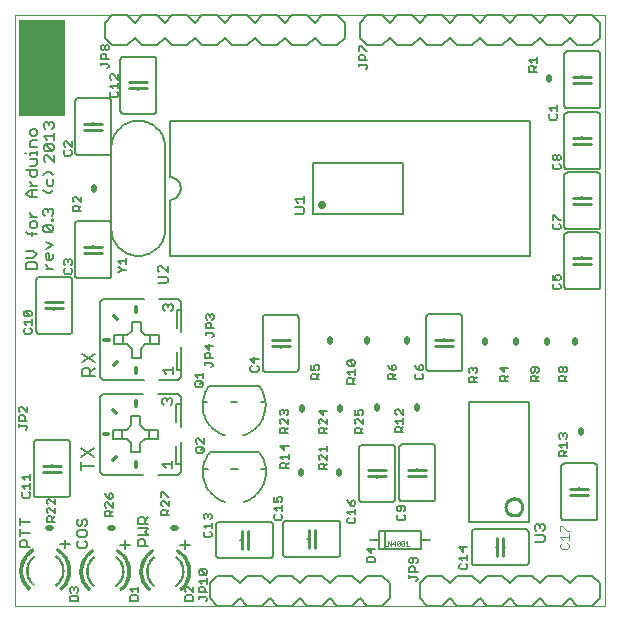
<source format=gto>
G75*
G70*
%OFA0B0*%
%FSLAX24Y24*%
%IPPOS*%
%LPD*%
%AMOC8*
5,1,8,0,0,1.08239X$1,22.5*
%
%ADD10C,0.0000*%
%ADD11C,0.0060*%
%ADD12R,0.1520X0.3200*%
%ADD13C,0.0200*%
%ADD14C,0.0050*%
%ADD15C,0.0080*%
%ADD16C,0.0100*%
%ADD17C,0.0120*%
%ADD18C,0.0010*%
%ADD19C,0.0040*%
%ADD20C,0.0279*%
%ADD21C,0.0070*%
D10*
X000750Y004151D02*
X000750Y023836D01*
X020435Y023836D01*
X020435Y004151D01*
X000750Y004151D01*
D11*
X000920Y006111D02*
X000920Y006281D01*
X000976Y006338D01*
X001090Y006338D01*
X001147Y006281D01*
X001147Y006111D01*
X001260Y006111D02*
X000920Y006111D01*
X000920Y006479D02*
X000920Y006706D01*
X000920Y006593D02*
X001260Y006593D01*
X001260Y006961D02*
X000920Y006961D01*
X000920Y006848D02*
X000920Y007074D01*
X001490Y007781D02*
X002490Y007781D01*
X002507Y007783D01*
X002524Y007787D01*
X002540Y007794D01*
X002554Y007804D01*
X002567Y007817D01*
X002577Y007831D01*
X002584Y007847D01*
X002588Y007864D01*
X002590Y007881D01*
X002590Y009581D01*
X002588Y009598D01*
X002584Y009615D01*
X002577Y009631D01*
X002567Y009645D01*
X002554Y009658D01*
X002540Y009668D01*
X002524Y009675D01*
X002507Y009679D01*
X002490Y009681D01*
X001490Y009681D01*
X001473Y009679D01*
X001456Y009675D01*
X001440Y009668D01*
X001426Y009658D01*
X001413Y009645D01*
X001403Y009631D01*
X001396Y009615D01*
X001392Y009598D01*
X001390Y009581D01*
X001390Y007881D01*
X001392Y007864D01*
X001396Y007847D01*
X001403Y007831D01*
X001413Y007817D01*
X001426Y007804D01*
X001440Y007794D01*
X001456Y007787D01*
X001473Y007783D01*
X001490Y007781D01*
X001990Y008581D02*
X001990Y008631D01*
X001990Y008831D02*
X001990Y008881D01*
X003580Y008631D02*
X003680Y008531D01*
X005030Y008531D01*
X005530Y008531D02*
X006180Y008531D01*
X006280Y008631D01*
X006280Y008881D01*
X006280Y009631D01*
X006130Y009481D02*
X006130Y008881D01*
X006280Y008881D01*
X005530Y009731D02*
X005230Y009731D01*
X005230Y010031D01*
X005080Y010031D01*
X004930Y010181D01*
X004930Y010481D01*
X004630Y010481D01*
X004630Y010181D01*
X004480Y010031D01*
X004330Y010031D01*
X004030Y010031D01*
X004030Y009731D01*
X004330Y009731D01*
X004480Y009731D01*
X004630Y009581D01*
X004630Y009281D01*
X004930Y009281D01*
X004930Y009581D01*
X005080Y009731D01*
X005230Y009731D01*
X005230Y010031D02*
X005530Y010031D01*
X005530Y009731D01*
X006130Y010281D02*
X006130Y010881D01*
X006280Y010881D01*
X006280Y011131D01*
X006180Y011231D01*
X005530Y011231D01*
X005550Y011671D02*
X006200Y011671D01*
X006300Y011771D01*
X006300Y012021D01*
X006300Y012771D01*
X006150Y012621D02*
X006150Y012021D01*
X006300Y012021D01*
X005550Y012871D02*
X005250Y012871D01*
X005250Y013171D01*
X005100Y013171D01*
X004950Y013321D01*
X004950Y013621D01*
X004650Y013621D01*
X004650Y013321D01*
X004500Y013171D01*
X004350Y013171D01*
X004050Y013171D01*
X004050Y012871D01*
X004350Y012871D01*
X004500Y012871D01*
X004650Y012721D01*
X004650Y012421D01*
X004950Y012421D01*
X004950Y012721D01*
X005100Y012871D01*
X005250Y012871D01*
X005250Y013171D02*
X005550Y013171D01*
X005550Y012871D01*
X006150Y013421D02*
X006150Y014021D01*
X006300Y014021D01*
X006300Y014271D01*
X006200Y014371D01*
X005550Y014371D01*
X005050Y014371D02*
X003700Y014371D01*
X003600Y014271D01*
X003600Y011771D01*
X003700Y011671D01*
X005050Y011671D01*
X005030Y011231D02*
X003680Y011231D01*
X003580Y011131D01*
X003580Y008631D01*
X004330Y009731D02*
X004330Y010031D01*
X006280Y010131D02*
X006280Y010881D01*
X004350Y012871D02*
X004350Y013171D01*
X002670Y013321D02*
X002670Y015021D01*
X002668Y015038D01*
X002664Y015055D01*
X002657Y015071D01*
X002647Y015085D01*
X002634Y015098D01*
X002620Y015108D01*
X002604Y015115D01*
X002587Y015119D01*
X002570Y015121D01*
X001570Y015121D01*
X001553Y015119D01*
X001536Y015115D01*
X001520Y015108D01*
X001506Y015098D01*
X001493Y015085D01*
X001483Y015071D01*
X001476Y015055D01*
X001472Y015038D01*
X001470Y015021D01*
X001470Y013321D01*
X001472Y013304D01*
X001476Y013287D01*
X001483Y013271D01*
X001493Y013257D01*
X001506Y013244D01*
X001520Y013234D01*
X001536Y013227D01*
X001553Y013223D01*
X001570Y013221D01*
X002570Y013221D01*
X002587Y013223D01*
X002604Y013227D01*
X002620Y013234D01*
X002634Y013244D01*
X002647Y013257D01*
X002657Y013271D01*
X002664Y013287D01*
X002668Y013304D01*
X002670Y013321D01*
X002070Y014021D02*
X002070Y014071D01*
X002070Y014271D02*
X002070Y014321D01*
X002860Y015081D02*
X003860Y015081D01*
X003877Y015083D01*
X003894Y015087D01*
X003910Y015094D01*
X003924Y015104D01*
X003937Y015117D01*
X003947Y015131D01*
X003954Y015147D01*
X003958Y015164D01*
X003960Y015181D01*
X003960Y016881D01*
X003958Y016898D01*
X003954Y016915D01*
X003947Y016931D01*
X003937Y016945D01*
X003924Y016958D01*
X003910Y016968D01*
X003894Y016975D01*
X003877Y016979D01*
X003860Y016981D01*
X002860Y016981D01*
X002843Y016979D01*
X002826Y016975D01*
X002810Y016968D01*
X002796Y016958D01*
X002783Y016945D01*
X002773Y016931D01*
X002766Y016915D01*
X002762Y016898D01*
X002760Y016881D01*
X002760Y015181D01*
X002762Y015164D01*
X002766Y015147D01*
X002773Y015131D01*
X002783Y015117D01*
X002796Y015104D01*
X002810Y015094D01*
X002826Y015087D01*
X002843Y015083D01*
X002860Y015081D01*
X002010Y015391D02*
X001783Y015391D01*
X001783Y015504D02*
X001783Y015561D01*
X001783Y015504D02*
X001897Y015391D01*
X001897Y015698D02*
X001897Y015925D01*
X001840Y015925D01*
X001783Y015868D01*
X001783Y015755D01*
X001840Y015698D01*
X001953Y015698D01*
X002010Y015755D01*
X002010Y015868D01*
X001783Y016066D02*
X002010Y016180D01*
X001783Y016293D01*
X001756Y016611D02*
X001700Y016668D01*
X001700Y016781D01*
X001756Y016838D01*
X001983Y016611D01*
X002040Y016668D01*
X002040Y016781D01*
X001983Y016838D01*
X001756Y016838D01*
X001756Y016611D02*
X001983Y016611D01*
X001983Y016979D02*
X001983Y017036D01*
X002040Y017036D01*
X002040Y016979D01*
X001983Y016979D01*
X001983Y017163D02*
X002040Y017220D01*
X002040Y017334D01*
X001983Y017390D01*
X001927Y017390D01*
X001870Y017334D01*
X001870Y017277D01*
X001870Y017334D02*
X001813Y017390D01*
X001756Y017390D01*
X001700Y017334D01*
X001700Y017220D01*
X001756Y017163D01*
X001480Y017110D02*
X001253Y017110D01*
X001253Y017223D02*
X001253Y017280D01*
X001253Y017223D02*
X001367Y017110D01*
X001423Y016968D02*
X001310Y016968D01*
X001253Y016912D01*
X001253Y016798D01*
X001310Y016741D01*
X001423Y016741D01*
X001480Y016798D01*
X001480Y016912D01*
X001423Y016968D01*
X001310Y016609D02*
X001310Y016496D01*
X001196Y016553D02*
X001480Y016553D01*
X001196Y016553D02*
X001140Y016609D01*
X001140Y015986D02*
X001367Y015986D01*
X001480Y015873D01*
X001367Y015759D01*
X001140Y015759D01*
X001196Y015618D02*
X001140Y015561D01*
X001140Y015391D01*
X001480Y015391D01*
X001480Y015561D01*
X001423Y015618D01*
X001196Y015618D01*
X001253Y017785D02*
X001140Y017898D01*
X001253Y018012D01*
X001480Y018012D01*
X001480Y018153D02*
X001253Y018153D01*
X001367Y018153D02*
X001253Y018267D01*
X001253Y018323D01*
X001310Y018460D02*
X001253Y018517D01*
X001253Y018687D01*
X001140Y018687D02*
X001480Y018687D01*
X001480Y018517D01*
X001423Y018460D01*
X001310Y018460D01*
X001310Y018012D02*
X001310Y017785D01*
X001253Y017785D02*
X001480Y017785D01*
X001700Y018014D02*
X001813Y017900D01*
X001927Y017900D01*
X002040Y018014D01*
X001983Y018146D02*
X002040Y018202D01*
X002040Y018372D01*
X002040Y018514D02*
X001927Y018627D01*
X001813Y018627D01*
X001700Y018514D01*
X001813Y018372D02*
X001813Y018202D01*
X001870Y018146D01*
X001983Y018146D01*
X002050Y018951D02*
X001823Y019178D01*
X001766Y019178D01*
X001710Y019121D01*
X001710Y019008D01*
X001766Y018951D01*
X002050Y018951D02*
X002050Y019178D01*
X001993Y019319D02*
X001766Y019319D01*
X001710Y019376D01*
X001710Y019489D01*
X001766Y019546D01*
X001993Y019319D01*
X002050Y019376D01*
X002050Y019489D01*
X001993Y019546D01*
X001766Y019546D01*
X001823Y019688D02*
X001710Y019801D01*
X002050Y019801D01*
X002050Y019688D02*
X002050Y019914D01*
X001993Y020056D02*
X002050Y020113D01*
X002050Y020226D01*
X001993Y020283D01*
X001937Y020283D01*
X001880Y020226D01*
X001880Y020169D01*
X001880Y020226D02*
X001823Y020283D01*
X001766Y020283D01*
X001710Y020226D01*
X001710Y020113D01*
X001766Y020056D01*
X001480Y019981D02*
X001480Y019867D01*
X001423Y019811D01*
X001310Y019811D01*
X001253Y019867D01*
X001253Y019981D01*
X001310Y020038D01*
X001423Y020038D01*
X001480Y019981D01*
X001480Y019669D02*
X001310Y019669D01*
X001253Y019613D01*
X001253Y019442D01*
X001480Y019442D01*
X001480Y019310D02*
X001480Y019197D01*
X001480Y019254D02*
X001253Y019254D01*
X001253Y019197D01*
X001140Y019254D02*
X001083Y019254D01*
X001253Y019055D02*
X001480Y019055D01*
X001480Y018885D01*
X001423Y018829D01*
X001253Y018829D01*
X002770Y019281D02*
X002770Y020981D01*
X002772Y020998D01*
X002776Y021015D01*
X002783Y021031D01*
X002793Y021045D01*
X002806Y021058D01*
X002820Y021068D01*
X002836Y021075D01*
X002853Y021079D01*
X002870Y021081D01*
X003870Y021081D01*
X003887Y021079D01*
X003904Y021075D01*
X003920Y021068D01*
X003934Y021058D01*
X003947Y021045D01*
X003957Y021031D01*
X003964Y021015D01*
X003968Y020998D01*
X003970Y020981D01*
X003970Y019281D01*
X003968Y019264D01*
X003964Y019247D01*
X003957Y019231D01*
X003947Y019217D01*
X003934Y019204D01*
X003920Y019194D01*
X003904Y019187D01*
X003887Y019183D01*
X003870Y019181D01*
X002870Y019181D01*
X002853Y019183D01*
X002836Y019187D01*
X002820Y019194D01*
X002806Y019204D01*
X002793Y019217D01*
X002783Y019231D01*
X002776Y019247D01*
X002772Y019264D01*
X002770Y019281D01*
X003370Y019981D02*
X003370Y020031D01*
X003370Y020231D02*
X003370Y020281D01*
X004270Y020661D02*
X004270Y022361D01*
X004272Y022378D01*
X004276Y022395D01*
X004283Y022411D01*
X004293Y022425D01*
X004306Y022438D01*
X004320Y022448D01*
X004336Y022455D01*
X004353Y022459D01*
X004370Y022461D01*
X005370Y022461D01*
X005387Y022459D01*
X005404Y022455D01*
X005420Y022448D01*
X005434Y022438D01*
X005447Y022425D01*
X005457Y022411D01*
X005464Y022395D01*
X005468Y022378D01*
X005470Y022361D01*
X005470Y020661D01*
X005468Y020644D01*
X005464Y020627D01*
X005457Y020611D01*
X005447Y020597D01*
X005434Y020584D01*
X005420Y020574D01*
X005404Y020567D01*
X005387Y020563D01*
X005370Y020561D01*
X004370Y020561D01*
X004353Y020563D01*
X004336Y020567D01*
X004320Y020574D01*
X004306Y020584D01*
X004293Y020597D01*
X004283Y020611D01*
X004276Y020627D01*
X004272Y020644D01*
X004270Y020661D01*
X004870Y021361D02*
X004870Y021411D01*
X004870Y021611D02*
X004870Y021661D01*
X003360Y016181D02*
X003360Y016131D01*
X003360Y015931D02*
X003360Y015881D01*
X006300Y014021D02*
X006300Y013271D01*
X009010Y013761D02*
X009010Y012061D01*
X009012Y012044D01*
X009016Y012027D01*
X009023Y012011D01*
X009033Y011997D01*
X009046Y011984D01*
X009060Y011974D01*
X009076Y011967D01*
X009093Y011963D01*
X009110Y011961D01*
X010110Y011961D01*
X010127Y011963D01*
X010144Y011967D01*
X010160Y011974D01*
X010174Y011984D01*
X010187Y011997D01*
X010197Y012011D01*
X010204Y012027D01*
X010208Y012044D01*
X010210Y012061D01*
X010210Y013761D01*
X010208Y013778D01*
X010204Y013795D01*
X010197Y013811D01*
X010187Y013825D01*
X010174Y013838D01*
X010160Y013848D01*
X010144Y013855D01*
X010127Y013859D01*
X010110Y013861D01*
X009110Y013861D01*
X009093Y013859D01*
X009076Y013855D01*
X009060Y013848D01*
X009046Y013838D01*
X009033Y013825D01*
X009023Y013811D01*
X009016Y013795D01*
X009012Y013778D01*
X009010Y013761D01*
X009610Y013061D02*
X009610Y013011D01*
X009610Y012811D02*
X009610Y012761D01*
X012330Y009521D02*
X013330Y009521D01*
X013347Y009519D01*
X013364Y009515D01*
X013380Y009508D01*
X013394Y009498D01*
X013407Y009485D01*
X013417Y009471D01*
X013424Y009455D01*
X013428Y009438D01*
X013430Y009421D01*
X013430Y007721D01*
X013428Y007704D01*
X013424Y007687D01*
X013417Y007671D01*
X013407Y007657D01*
X013394Y007644D01*
X013380Y007634D01*
X013364Y007627D01*
X013347Y007623D01*
X013330Y007621D01*
X012330Y007621D01*
X012313Y007623D01*
X012296Y007627D01*
X012280Y007634D01*
X012266Y007644D01*
X012253Y007657D01*
X012243Y007671D01*
X012236Y007687D01*
X012232Y007704D01*
X012230Y007721D01*
X012230Y009421D01*
X012232Y009438D01*
X012236Y009455D01*
X012243Y009471D01*
X012253Y009485D01*
X012266Y009498D01*
X012280Y009508D01*
X012296Y009515D01*
X012313Y009519D01*
X012330Y009521D01*
X012830Y008721D02*
X012830Y008671D01*
X012830Y008471D02*
X012830Y008421D01*
X013570Y007741D02*
X013570Y009441D01*
X013572Y009458D01*
X013576Y009475D01*
X013583Y009491D01*
X013593Y009505D01*
X013606Y009518D01*
X013620Y009528D01*
X013636Y009535D01*
X013653Y009539D01*
X013670Y009541D01*
X014670Y009541D01*
X014687Y009539D01*
X014704Y009535D01*
X014720Y009528D01*
X014734Y009518D01*
X014747Y009505D01*
X014757Y009491D01*
X014764Y009475D01*
X014768Y009458D01*
X014770Y009441D01*
X014770Y007741D01*
X014768Y007724D01*
X014764Y007707D01*
X014757Y007691D01*
X014747Y007677D01*
X014734Y007664D01*
X014720Y007654D01*
X014704Y007647D01*
X014687Y007643D01*
X014670Y007641D01*
X013670Y007641D01*
X013653Y007643D01*
X013636Y007647D01*
X013620Y007654D01*
X013606Y007664D01*
X013593Y007677D01*
X013583Y007691D01*
X013576Y007707D01*
X013572Y007724D01*
X013570Y007741D01*
X014170Y008441D02*
X014170Y008491D01*
X014170Y008691D02*
X014170Y008741D01*
X016080Y006711D02*
X017780Y006711D01*
X017797Y006709D01*
X017814Y006705D01*
X017830Y006698D01*
X017844Y006688D01*
X017857Y006675D01*
X017867Y006661D01*
X017874Y006645D01*
X017878Y006628D01*
X017880Y006611D01*
X017880Y005611D01*
X017878Y005594D01*
X017874Y005577D01*
X017867Y005561D01*
X017857Y005547D01*
X017844Y005534D01*
X017830Y005524D01*
X017814Y005517D01*
X017797Y005513D01*
X017780Y005511D01*
X016080Y005511D01*
X016063Y005513D01*
X016046Y005517D01*
X016030Y005524D01*
X016016Y005534D01*
X016003Y005547D01*
X015993Y005561D01*
X015986Y005577D01*
X015982Y005594D01*
X015980Y005611D01*
X015980Y006611D01*
X015982Y006628D01*
X015986Y006645D01*
X015993Y006661D01*
X016003Y006675D01*
X016016Y006688D01*
X016030Y006698D01*
X016046Y006705D01*
X016063Y006709D01*
X016080Y006711D01*
X016780Y006111D02*
X016830Y006111D01*
X017030Y006111D02*
X017080Y006111D01*
X018080Y006281D02*
X018363Y006281D01*
X018420Y006338D01*
X018420Y006451D01*
X018363Y006508D01*
X018080Y006508D01*
X018136Y006649D02*
X018080Y006706D01*
X018080Y006819D01*
X018136Y006876D01*
X018193Y006876D01*
X018250Y006819D01*
X018307Y006876D01*
X018363Y006876D01*
X018420Y006819D01*
X018420Y006706D01*
X018363Y006649D01*
X018250Y006763D02*
X018250Y006819D01*
X018970Y007101D02*
X018970Y008801D01*
X018972Y008818D01*
X018976Y008835D01*
X018983Y008851D01*
X018993Y008865D01*
X019006Y008878D01*
X019020Y008888D01*
X019036Y008895D01*
X019053Y008899D01*
X019070Y008901D01*
X020070Y008901D01*
X020087Y008899D01*
X020104Y008895D01*
X020120Y008888D01*
X020134Y008878D01*
X020147Y008865D01*
X020157Y008851D01*
X020164Y008835D01*
X020168Y008818D01*
X020170Y008801D01*
X020170Y007101D01*
X020168Y007084D01*
X020164Y007067D01*
X020157Y007051D01*
X020147Y007037D01*
X020134Y007024D01*
X020120Y007014D01*
X020104Y007007D01*
X020087Y007003D01*
X020070Y007001D01*
X019070Y007001D01*
X019053Y007003D01*
X019036Y007007D01*
X019020Y007014D01*
X019006Y007024D01*
X018993Y007037D01*
X018983Y007051D01*
X018976Y007067D01*
X018972Y007084D01*
X018970Y007101D01*
X019570Y007801D02*
X019570Y007851D01*
X019570Y008051D02*
X019570Y008101D01*
X015670Y012081D02*
X015670Y013781D01*
X015668Y013798D01*
X015664Y013815D01*
X015657Y013831D01*
X015647Y013845D01*
X015634Y013858D01*
X015620Y013868D01*
X015604Y013875D01*
X015587Y013879D01*
X015570Y013881D01*
X014570Y013881D01*
X014553Y013879D01*
X014536Y013875D01*
X014520Y013868D01*
X014506Y013858D01*
X014493Y013845D01*
X014483Y013831D01*
X014476Y013815D01*
X014472Y013798D01*
X014470Y013781D01*
X014470Y012081D01*
X014472Y012064D01*
X014476Y012047D01*
X014483Y012031D01*
X014493Y012017D01*
X014506Y012004D01*
X014520Y011994D01*
X014536Y011987D01*
X014553Y011983D01*
X014570Y011981D01*
X015570Y011981D01*
X015587Y011983D01*
X015604Y011987D01*
X015620Y011994D01*
X015634Y012004D01*
X015647Y012017D01*
X015657Y012031D01*
X015664Y012047D01*
X015668Y012064D01*
X015670Y012081D01*
X015070Y012781D02*
X015070Y012831D01*
X015070Y013031D02*
X015070Y013081D01*
X019070Y014801D02*
X019070Y016501D01*
X019072Y016518D01*
X019076Y016535D01*
X019083Y016551D01*
X019093Y016565D01*
X019106Y016578D01*
X019120Y016588D01*
X019136Y016595D01*
X019153Y016599D01*
X019170Y016601D01*
X020170Y016601D01*
X020170Y016701D02*
X019170Y016701D01*
X019153Y016703D01*
X019136Y016707D01*
X019120Y016714D01*
X019106Y016724D01*
X019093Y016737D01*
X019083Y016751D01*
X019076Y016767D01*
X019072Y016784D01*
X019070Y016801D01*
X019070Y018501D01*
X019072Y018518D01*
X019076Y018535D01*
X019083Y018551D01*
X019093Y018565D01*
X019106Y018578D01*
X019120Y018588D01*
X019136Y018595D01*
X019153Y018599D01*
X019170Y018601D01*
X020170Y018601D01*
X020170Y018701D02*
X019170Y018701D01*
X019153Y018703D01*
X019136Y018707D01*
X019120Y018714D01*
X019106Y018724D01*
X019093Y018737D01*
X019083Y018751D01*
X019076Y018767D01*
X019072Y018784D01*
X019070Y018801D01*
X019070Y020501D01*
X019072Y020518D01*
X019076Y020535D01*
X019083Y020551D01*
X019093Y020565D01*
X019106Y020578D01*
X019120Y020588D01*
X019136Y020595D01*
X019153Y020599D01*
X019170Y020601D01*
X020170Y020601D01*
X020187Y020599D01*
X020204Y020595D01*
X020220Y020588D01*
X020234Y020578D01*
X020247Y020565D01*
X020257Y020551D01*
X020264Y020535D01*
X020268Y020518D01*
X020270Y020501D01*
X020270Y018801D01*
X020268Y018784D01*
X020264Y018767D01*
X020257Y018751D01*
X020247Y018737D01*
X020234Y018724D01*
X020220Y018714D01*
X020204Y018707D01*
X020187Y018703D01*
X020170Y018701D01*
X020170Y018601D02*
X020187Y018599D01*
X020204Y018595D01*
X020220Y018588D01*
X020234Y018578D01*
X020247Y018565D01*
X020257Y018551D01*
X020264Y018535D01*
X020268Y018518D01*
X020270Y018501D01*
X020270Y016801D01*
X020268Y016784D01*
X020264Y016767D01*
X020257Y016751D01*
X020247Y016737D01*
X020234Y016724D01*
X020220Y016714D01*
X020204Y016707D01*
X020187Y016703D01*
X020170Y016701D01*
X020170Y016601D02*
X020187Y016599D01*
X020204Y016595D01*
X020220Y016588D01*
X020234Y016578D01*
X020247Y016565D01*
X020257Y016551D01*
X020264Y016535D01*
X020268Y016518D01*
X020270Y016501D01*
X020270Y014801D01*
X020268Y014784D01*
X020264Y014767D01*
X020257Y014751D01*
X020247Y014737D01*
X020234Y014724D01*
X020220Y014714D01*
X020204Y014707D01*
X020187Y014703D01*
X020170Y014701D01*
X019170Y014701D01*
X019153Y014703D01*
X019136Y014707D01*
X019120Y014714D01*
X019106Y014724D01*
X019093Y014737D01*
X019083Y014751D01*
X019076Y014767D01*
X019072Y014784D01*
X019070Y014801D01*
X019670Y015501D02*
X019670Y015551D01*
X019670Y015751D02*
X019670Y015801D01*
X019670Y017501D02*
X019670Y017551D01*
X019670Y017751D02*
X019670Y017801D01*
X019670Y019501D02*
X019670Y019551D01*
X019670Y019751D02*
X019670Y019801D01*
X020170Y020741D02*
X019170Y020741D01*
X019153Y020743D01*
X019136Y020747D01*
X019120Y020754D01*
X019106Y020764D01*
X019093Y020777D01*
X019083Y020791D01*
X019076Y020807D01*
X019072Y020824D01*
X019070Y020841D01*
X019070Y022541D01*
X019072Y022558D01*
X019076Y022575D01*
X019083Y022591D01*
X019093Y022605D01*
X019106Y022618D01*
X019120Y022628D01*
X019136Y022635D01*
X019153Y022639D01*
X019170Y022641D01*
X020170Y022641D01*
X020187Y022639D01*
X020204Y022635D01*
X020220Y022628D01*
X020234Y022618D01*
X020247Y022605D01*
X020257Y022591D01*
X020264Y022575D01*
X020268Y022558D01*
X020270Y022541D01*
X020270Y020841D01*
X020268Y020824D01*
X020264Y020807D01*
X020257Y020791D01*
X020247Y020777D01*
X020234Y020764D01*
X020220Y020754D01*
X020204Y020747D01*
X020187Y020743D01*
X020170Y020741D01*
X019670Y021541D02*
X019670Y021591D01*
X019670Y021791D02*
X019670Y021841D01*
X011500Y006991D02*
X009800Y006991D01*
X009783Y006989D01*
X009766Y006985D01*
X009750Y006978D01*
X009736Y006968D01*
X009723Y006955D01*
X009713Y006941D01*
X009706Y006925D01*
X009702Y006908D01*
X009700Y006891D01*
X009700Y005891D01*
X009702Y005874D01*
X009706Y005857D01*
X009713Y005841D01*
X009723Y005827D01*
X009736Y005814D01*
X009750Y005804D01*
X009766Y005797D01*
X009783Y005793D01*
X009800Y005791D01*
X011500Y005791D01*
X011517Y005793D01*
X011534Y005797D01*
X011550Y005804D01*
X011564Y005814D01*
X011577Y005827D01*
X011587Y005841D01*
X011594Y005857D01*
X011598Y005874D01*
X011600Y005891D01*
X011600Y006891D01*
X011598Y006908D01*
X011594Y006925D01*
X011587Y006941D01*
X011577Y006955D01*
X011564Y006968D01*
X011550Y006978D01*
X011534Y006985D01*
X011517Y006989D01*
X011500Y006991D01*
X010800Y006391D02*
X010750Y006391D01*
X010550Y006391D02*
X010500Y006391D01*
X009360Y006851D02*
X009360Y005851D01*
X009358Y005834D01*
X009354Y005817D01*
X009347Y005801D01*
X009337Y005787D01*
X009324Y005774D01*
X009310Y005764D01*
X009294Y005757D01*
X009277Y005753D01*
X009260Y005751D01*
X007560Y005751D01*
X007543Y005753D01*
X007526Y005757D01*
X007510Y005764D01*
X007496Y005774D01*
X007483Y005787D01*
X007473Y005801D01*
X007466Y005817D01*
X007462Y005834D01*
X007460Y005851D01*
X007460Y006851D01*
X007462Y006868D01*
X007466Y006885D01*
X007473Y006901D01*
X007483Y006915D01*
X007496Y006928D01*
X007510Y006938D01*
X007526Y006945D01*
X007543Y006949D01*
X007560Y006951D01*
X009260Y006951D01*
X009277Y006949D01*
X009294Y006945D01*
X009310Y006938D01*
X009324Y006928D01*
X009337Y006915D01*
X009347Y006901D01*
X009354Y006885D01*
X009358Y006868D01*
X009360Y006851D01*
X008560Y006351D02*
X008510Y006351D01*
X008310Y006351D02*
X008260Y006351D01*
X005200Y006509D02*
X005087Y006623D01*
X005200Y006736D01*
X004860Y006736D01*
X004860Y006878D02*
X004860Y007048D01*
X004916Y007104D01*
X005030Y007104D01*
X005087Y007048D01*
X005087Y006878D01*
X005200Y006878D02*
X004860Y006878D01*
X004860Y006509D02*
X005200Y006509D01*
X005030Y006368D02*
X005087Y006311D01*
X005087Y006141D01*
X005200Y006141D02*
X004860Y006141D01*
X004860Y006311D01*
X004916Y006368D01*
X005030Y006368D01*
X005087Y006991D02*
X005200Y007104D01*
X003160Y006998D02*
X003160Y006884D01*
X003103Y006828D01*
X002990Y006884D02*
X002990Y006998D01*
X003047Y007054D01*
X003103Y007054D01*
X003160Y006998D01*
X002990Y006884D02*
X002933Y006828D01*
X002876Y006828D01*
X002820Y006884D01*
X002820Y006998D01*
X002876Y007054D01*
X002876Y006686D02*
X002820Y006629D01*
X002820Y006516D01*
X002876Y006459D01*
X003103Y006459D01*
X003160Y006516D01*
X003160Y006629D01*
X003103Y006686D01*
X002876Y006686D01*
X002876Y006318D02*
X002820Y006261D01*
X002820Y006148D01*
X002876Y006091D01*
X003103Y006091D01*
X003160Y006148D01*
X003160Y006261D01*
X003103Y006318D01*
D12*
X001670Y022071D03*
D13*
X003380Y018121D02*
X003380Y018021D01*
X010330Y010781D02*
X010330Y010681D01*
X011590Y010681D02*
X011590Y010781D01*
X012830Y010801D02*
X012830Y010701D01*
X014170Y010701D02*
X014170Y010801D01*
X013810Y012941D02*
X013810Y013041D01*
X012490Y013041D02*
X012490Y012941D01*
X011250Y012941D02*
X011250Y013041D01*
X011550Y008641D02*
X011550Y008541D01*
X010290Y008541D02*
X010290Y008641D01*
X006120Y006751D02*
X006020Y006751D01*
X004040Y006751D02*
X003940Y006751D01*
X001960Y006751D02*
X001860Y006751D01*
X016430Y012901D02*
X016430Y013001D01*
X017470Y013001D02*
X017470Y012901D01*
X018490Y012901D02*
X018490Y013001D01*
X019440Y013001D02*
X019440Y012901D01*
X019610Y010001D02*
X019610Y009901D01*
X018550Y021681D02*
X018550Y021781D01*
D14*
X018155Y021966D02*
X017885Y021966D01*
X017885Y022101D01*
X017930Y022146D01*
X018020Y022146D01*
X018065Y022101D01*
X018065Y021966D01*
X018065Y022056D02*
X018155Y022146D01*
X018155Y022261D02*
X018155Y022441D01*
X018155Y022351D02*
X017885Y022351D01*
X017975Y022261D01*
X018555Y020751D02*
X018825Y020751D01*
X018825Y020661D02*
X018825Y020841D01*
X018645Y020661D02*
X018555Y020751D01*
X018600Y020546D02*
X018555Y020501D01*
X018555Y020411D01*
X018600Y020366D01*
X018780Y020366D01*
X018825Y020411D01*
X018825Y020501D01*
X018780Y020546D01*
X018765Y019181D02*
X018810Y019136D01*
X018810Y019046D01*
X018765Y019001D01*
X018720Y019001D01*
X018675Y019046D01*
X018675Y019136D01*
X018720Y019181D01*
X018765Y019181D01*
X018810Y019136D02*
X018855Y019181D01*
X018900Y019181D01*
X018945Y019136D01*
X018945Y019046D01*
X018900Y019001D01*
X018855Y019001D01*
X018810Y019046D01*
X018900Y018886D02*
X018945Y018841D01*
X018945Y018751D01*
X018900Y018706D01*
X018720Y018706D01*
X018675Y018751D01*
X018675Y018841D01*
X018720Y018886D01*
X018720Y017181D02*
X018900Y017001D01*
X018945Y017001D01*
X018900Y016886D02*
X018945Y016841D01*
X018945Y016751D01*
X018900Y016706D01*
X018720Y016706D01*
X018675Y016751D01*
X018675Y016841D01*
X018720Y016886D01*
X018675Y017001D02*
X018675Y017181D01*
X018720Y017181D01*
X018675Y015181D02*
X018675Y015001D01*
X018810Y015001D01*
X018765Y015091D01*
X018765Y015136D01*
X018810Y015181D01*
X018900Y015181D01*
X018945Y015136D01*
X018945Y015046D01*
X018900Y015001D01*
X018900Y014886D02*
X018945Y014841D01*
X018945Y014751D01*
X018900Y014706D01*
X018720Y014706D01*
X018675Y014751D01*
X018675Y014841D01*
X018720Y014886D01*
X018940Y012121D02*
X018985Y012121D01*
X019030Y012076D01*
X019030Y011986D01*
X018985Y011941D01*
X018940Y011941D01*
X018895Y011986D01*
X018895Y012076D01*
X018940Y012121D01*
X019030Y012076D02*
X019075Y012121D01*
X019120Y012121D01*
X019165Y012076D01*
X019165Y011986D01*
X019120Y011941D01*
X019075Y011941D01*
X019030Y011986D01*
X019030Y011826D02*
X019075Y011781D01*
X019075Y011646D01*
X019165Y011646D02*
X018895Y011646D01*
X018895Y011781D01*
X018940Y011826D01*
X019030Y011826D01*
X019075Y011736D02*
X019165Y011826D01*
X018215Y011816D02*
X018125Y011726D01*
X018125Y011771D02*
X018125Y011636D01*
X018215Y011636D02*
X017945Y011636D01*
X017945Y011771D01*
X017990Y011816D01*
X018080Y011816D01*
X018125Y011771D01*
X018170Y011931D02*
X018215Y011976D01*
X018215Y012066D01*
X018170Y012111D01*
X017990Y012111D01*
X017945Y012066D01*
X017945Y011976D01*
X017990Y011931D01*
X018035Y011931D01*
X018080Y011976D01*
X018080Y012111D01*
X017195Y012076D02*
X016925Y012076D01*
X017060Y011941D01*
X017060Y012121D01*
X017060Y011826D02*
X017105Y011781D01*
X017105Y011646D01*
X017195Y011646D02*
X016925Y011646D01*
X016925Y011781D01*
X016970Y011826D01*
X017060Y011826D01*
X017105Y011736D02*
X017195Y011826D01*
X016155Y011796D02*
X016065Y011706D01*
X016065Y011751D02*
X016065Y011616D01*
X016155Y011616D02*
X015885Y011616D01*
X015885Y011751D01*
X015930Y011796D01*
X016020Y011796D01*
X016065Y011751D01*
X016110Y011911D02*
X016155Y011956D01*
X016155Y012046D01*
X016110Y012091D01*
X016065Y012091D01*
X016020Y012046D01*
X016020Y012001D01*
X016020Y012046D02*
X015975Y012091D01*
X015930Y012091D01*
X015885Y012046D01*
X015885Y011956D01*
X015930Y011911D01*
X014365Y011841D02*
X014365Y011751D01*
X014320Y011706D01*
X014140Y011706D01*
X014095Y011751D01*
X014095Y011841D01*
X014140Y011886D01*
X014230Y012001D02*
X014140Y012091D01*
X014095Y012181D01*
X014230Y012136D02*
X014230Y012001D01*
X014320Y012001D01*
X014365Y012046D01*
X014365Y012136D01*
X014320Y012181D01*
X014275Y012181D01*
X014230Y012136D01*
X014320Y011886D02*
X014365Y011841D01*
X013445Y011886D02*
X013355Y011796D01*
X013355Y011841D02*
X013355Y011706D01*
X013445Y011706D02*
X013175Y011706D01*
X013175Y011841D01*
X013220Y011886D01*
X013310Y011886D01*
X013355Y011841D01*
X013400Y012001D02*
X013445Y012046D01*
X013445Y012136D01*
X013400Y012181D01*
X013355Y012181D01*
X013310Y012136D01*
X013310Y012001D01*
X013400Y012001D01*
X013310Y012001D02*
X013220Y012091D01*
X013175Y012181D01*
X012105Y012200D02*
X012060Y012155D01*
X011880Y012335D01*
X012060Y012335D01*
X012105Y012290D01*
X012105Y012200D01*
X012060Y012155D02*
X011880Y012155D01*
X011835Y012200D01*
X011835Y012290D01*
X011880Y012335D01*
X012105Y012041D02*
X012105Y011861D01*
X012105Y011951D02*
X011835Y011951D01*
X011925Y011861D01*
X011970Y011746D02*
X012015Y011701D01*
X012015Y011566D01*
X012105Y011566D02*
X011835Y011566D01*
X011835Y011701D01*
X011880Y011746D01*
X011970Y011746D01*
X012015Y011656D02*
X012105Y011746D01*
X012095Y010685D02*
X012095Y010505D01*
X012230Y010505D01*
X012185Y010595D01*
X012185Y010640D01*
X012230Y010685D01*
X012320Y010685D01*
X012365Y010640D01*
X012365Y010550D01*
X012320Y010505D01*
X012365Y010391D02*
X012365Y010211D01*
X012185Y010391D01*
X012140Y010391D01*
X012095Y010346D01*
X012095Y010256D01*
X012140Y010211D01*
X012140Y010096D02*
X012230Y010096D01*
X012275Y010051D01*
X012275Y009916D01*
X012365Y009916D02*
X012095Y009916D01*
X012095Y010051D01*
X012140Y010096D01*
X012275Y010006D02*
X012365Y010096D01*
X013435Y010071D02*
X013480Y010116D01*
X013570Y010116D01*
X013615Y010071D01*
X013615Y009936D01*
X013705Y009936D02*
X013435Y009936D01*
X013435Y010071D01*
X013525Y010231D02*
X013435Y010321D01*
X013705Y010321D01*
X013705Y010231D02*
X013705Y010411D01*
X013705Y010525D02*
X013525Y010705D01*
X013480Y010705D01*
X013435Y010660D01*
X013435Y010570D01*
X013480Y010525D01*
X013705Y010525D02*
X013705Y010705D01*
X013705Y010116D02*
X013615Y010026D01*
X013630Y007481D02*
X013630Y007346D01*
X013585Y007301D01*
X013540Y007301D01*
X013495Y007346D01*
X013495Y007436D01*
X013540Y007481D01*
X013720Y007481D01*
X013765Y007436D01*
X013765Y007346D01*
X013720Y007301D01*
X013720Y007186D02*
X013765Y007141D01*
X013765Y007051D01*
X013720Y007006D01*
X013540Y007006D01*
X013495Y007051D01*
X013495Y007141D01*
X013540Y007186D01*
X012745Y006046D02*
X012475Y006046D01*
X012610Y005911D01*
X012610Y006091D01*
X012700Y005796D02*
X012520Y005796D01*
X012475Y005751D01*
X012475Y005616D01*
X012745Y005616D01*
X012745Y005751D01*
X012700Y005796D01*
X012060Y006906D02*
X012105Y006951D01*
X012105Y007041D01*
X012060Y007086D01*
X012105Y007201D02*
X012105Y007381D01*
X012105Y007291D02*
X011835Y007291D01*
X011925Y007201D01*
X011880Y007086D02*
X011835Y007041D01*
X011835Y006951D01*
X011880Y006906D01*
X012060Y006906D01*
X012060Y007495D02*
X012105Y007540D01*
X012105Y007630D01*
X012060Y007675D01*
X012015Y007675D01*
X011970Y007630D01*
X011970Y007495D01*
X012060Y007495D01*
X011970Y007495D02*
X011880Y007585D01*
X011835Y007675D01*
X011145Y008716D02*
X010875Y008716D01*
X010875Y008851D01*
X010920Y008896D01*
X011010Y008896D01*
X011055Y008851D01*
X011055Y008716D01*
X011055Y008806D02*
X011145Y008896D01*
X011145Y009011D02*
X010965Y009191D01*
X010920Y009191D01*
X010875Y009146D01*
X010875Y009056D01*
X010920Y009011D01*
X011145Y009011D02*
X011145Y009191D01*
X011145Y009305D02*
X011145Y009485D01*
X011145Y009395D02*
X010875Y009395D01*
X010965Y009305D01*
X011055Y009916D02*
X011055Y010051D01*
X011010Y010096D01*
X010920Y010096D01*
X010875Y010051D01*
X010875Y009916D01*
X011145Y009916D01*
X011055Y010006D02*
X011145Y010096D01*
X011145Y010211D02*
X010965Y010391D01*
X010920Y010391D01*
X010875Y010346D01*
X010875Y010256D01*
X010920Y010211D01*
X011145Y010211D02*
X011145Y010391D01*
X011010Y010505D02*
X011010Y010685D01*
X011145Y010640D02*
X010875Y010640D01*
X011010Y010505D01*
X010905Y011706D02*
X010635Y011706D01*
X010635Y011841D01*
X010680Y011886D01*
X010770Y011886D01*
X010815Y011841D01*
X010815Y011706D01*
X010815Y011796D02*
X010905Y011886D01*
X010860Y012001D02*
X010905Y012046D01*
X010905Y012136D01*
X010860Y012181D01*
X010770Y012181D01*
X010725Y012136D01*
X010725Y012091D01*
X010770Y012001D01*
X010635Y012001D01*
X010635Y012181D01*
X009810Y010685D02*
X009855Y010640D01*
X009855Y010550D01*
X009810Y010505D01*
X009855Y010391D02*
X009855Y010211D01*
X009675Y010391D01*
X009630Y010391D01*
X009585Y010346D01*
X009585Y010256D01*
X009630Y010211D01*
X009630Y010096D02*
X009720Y010096D01*
X009765Y010051D01*
X009765Y009916D01*
X009855Y009916D02*
X009585Y009916D01*
X009585Y010051D01*
X009630Y010096D01*
X009765Y010006D02*
X009855Y010096D01*
X009630Y010505D02*
X009585Y010550D01*
X009585Y010640D01*
X009630Y010685D01*
X009675Y010685D01*
X009720Y010640D01*
X009765Y010685D01*
X009810Y010685D01*
X009720Y010640D02*
X009720Y010595D01*
X009105Y010941D02*
X008947Y010941D01*
X008885Y011491D02*
X007235Y011491D01*
X007025Y011501D02*
X007025Y011591D01*
X006980Y011636D01*
X006800Y011636D01*
X006755Y011591D01*
X006755Y011501D01*
X006800Y011456D01*
X006980Y011456D01*
X007025Y011501D01*
X006935Y011546D02*
X007025Y011636D01*
X007025Y011751D02*
X007025Y011931D01*
X007025Y011841D02*
X006755Y011841D01*
X006845Y011751D01*
X007075Y012196D02*
X007075Y012286D01*
X007075Y012241D02*
X007300Y012241D01*
X007345Y012196D01*
X007345Y012151D01*
X007300Y012106D01*
X007345Y012401D02*
X007075Y012401D01*
X007075Y012536D01*
X007120Y012581D01*
X007210Y012581D01*
X007255Y012536D01*
X007255Y012401D01*
X007210Y012695D02*
X007210Y012875D01*
X007345Y012830D02*
X007075Y012830D01*
X007210Y012695D01*
X007340Y013106D02*
X007385Y013151D01*
X007385Y013196D01*
X007340Y013241D01*
X007115Y013241D01*
X007115Y013196D02*
X007115Y013286D01*
X007115Y013401D02*
X007115Y013536D01*
X007160Y013581D01*
X007250Y013581D01*
X007295Y013536D01*
X007295Y013401D01*
X007385Y013401D02*
X007115Y013401D01*
X007160Y013695D02*
X007115Y013740D01*
X007115Y013830D01*
X007160Y013875D01*
X007205Y013875D01*
X007250Y013830D01*
X007295Y013875D01*
X007340Y013875D01*
X007385Y013830D01*
X007385Y013740D01*
X007340Y013695D01*
X007250Y013785D02*
X007250Y013830D01*
X006025Y014053D02*
X005968Y013996D01*
X006025Y014053D02*
X006025Y014166D01*
X005968Y014223D01*
X005912Y014223D01*
X005855Y014166D01*
X005855Y014109D01*
X005855Y014166D02*
X005798Y014223D01*
X005741Y014223D01*
X005685Y014166D01*
X005685Y014053D01*
X005741Y013996D01*
X004455Y015357D02*
X004320Y015357D01*
X004230Y015447D01*
X004185Y015447D01*
X004275Y015561D02*
X004185Y015651D01*
X004455Y015651D01*
X004455Y015561D02*
X004455Y015741D01*
X004320Y015357D02*
X004230Y015267D01*
X004185Y015267D01*
X002655Y015271D02*
X002655Y015361D01*
X002610Y015406D01*
X002610Y015521D02*
X002655Y015566D01*
X002655Y015656D01*
X002610Y015701D01*
X002565Y015701D01*
X002520Y015656D01*
X002520Y015611D01*
X002520Y015656D02*
X002475Y015701D01*
X002430Y015701D01*
X002385Y015656D01*
X002385Y015566D01*
X002430Y015521D01*
X002430Y015406D02*
X002385Y015361D01*
X002385Y015271D01*
X002430Y015226D01*
X002610Y015226D01*
X002655Y015271D01*
X001315Y013950D02*
X001315Y013860D01*
X001270Y013815D01*
X001090Y013995D01*
X001270Y013995D01*
X001315Y013950D01*
X001270Y013815D02*
X001090Y013815D01*
X001045Y013860D01*
X001045Y013950D01*
X001090Y013995D01*
X001315Y013701D02*
X001315Y013521D01*
X001315Y013611D02*
X001045Y013611D01*
X001135Y013521D01*
X001090Y013406D02*
X001045Y013361D01*
X001045Y013271D01*
X001090Y013226D01*
X001270Y013226D01*
X001315Y013271D01*
X001315Y013361D01*
X001270Y013406D01*
X001165Y010795D02*
X001165Y010615D01*
X000985Y010795D01*
X000940Y010795D01*
X000895Y010750D01*
X000895Y010660D01*
X000940Y010615D01*
X000940Y010501D02*
X001030Y010501D01*
X001075Y010456D01*
X001075Y010321D01*
X001165Y010321D02*
X000895Y010321D01*
X000895Y010456D01*
X000940Y010501D01*
X000895Y010206D02*
X000895Y010116D01*
X000895Y010161D02*
X001120Y010161D01*
X001165Y010116D01*
X001165Y010071D01*
X001120Y010026D01*
X001255Y008535D02*
X001255Y008355D01*
X001255Y008445D02*
X000985Y008445D01*
X001075Y008355D01*
X001255Y008241D02*
X001255Y008061D01*
X001255Y008151D02*
X000985Y008151D01*
X001075Y008061D01*
X001030Y007946D02*
X000985Y007901D01*
X000985Y007811D01*
X001030Y007766D01*
X001210Y007766D01*
X001255Y007811D01*
X001255Y007901D01*
X001210Y007946D01*
X001815Y007680D02*
X001815Y007590D01*
X001860Y007545D01*
X001860Y007431D02*
X001815Y007386D01*
X001815Y007296D01*
X001860Y007251D01*
X001860Y007136D02*
X001950Y007136D01*
X001995Y007091D01*
X001995Y006956D01*
X002085Y006956D02*
X001815Y006956D01*
X001815Y007091D01*
X001860Y007136D01*
X001995Y007046D02*
X002085Y007136D01*
X002085Y007251D02*
X001905Y007431D01*
X001860Y007431D01*
X002085Y007431D02*
X002085Y007251D01*
X002085Y007545D02*
X001905Y007725D01*
X001860Y007725D01*
X001815Y007680D01*
X002085Y007725D02*
X002085Y007545D01*
X002430Y006357D02*
X002430Y006067D01*
X002580Y006217D02*
X002270Y006217D01*
X002630Y004775D02*
X002675Y004775D01*
X002720Y004729D01*
X002765Y004775D01*
X002810Y004775D01*
X002855Y004729D01*
X002855Y004639D01*
X002810Y004594D01*
X002810Y004480D02*
X002630Y004480D01*
X002585Y004435D01*
X002585Y004300D01*
X002855Y004300D01*
X002855Y004435D01*
X002810Y004480D01*
X002630Y004594D02*
X002585Y004639D01*
X002585Y004729D01*
X002630Y004775D01*
X002720Y004729D02*
X002720Y004684D01*
X004270Y006194D02*
X004580Y006194D01*
X004430Y006334D02*
X004430Y006044D01*
X004015Y007136D02*
X003745Y007136D01*
X003745Y007271D01*
X003790Y007316D01*
X003880Y007316D01*
X003925Y007271D01*
X003925Y007136D01*
X003925Y007226D02*
X004015Y007316D01*
X004015Y007431D02*
X003835Y007611D01*
X003790Y007611D01*
X003745Y007566D01*
X003745Y007476D01*
X003790Y007431D01*
X004015Y007431D02*
X004015Y007611D01*
X003970Y007725D02*
X004015Y007770D01*
X004015Y007860D01*
X003970Y007905D01*
X003925Y007905D01*
X003880Y007860D01*
X003880Y007725D01*
X003970Y007725D01*
X003880Y007725D02*
X003790Y007815D01*
X003745Y007905D01*
X005635Y007955D02*
X005635Y007775D01*
X005680Y007661D02*
X005635Y007616D01*
X005635Y007526D01*
X005680Y007481D01*
X005680Y007366D02*
X005770Y007366D01*
X005815Y007321D01*
X005815Y007186D01*
X005905Y007186D02*
X005635Y007186D01*
X005635Y007321D01*
X005680Y007366D01*
X005815Y007276D02*
X005905Y007366D01*
X005905Y007481D02*
X005725Y007661D01*
X005680Y007661D01*
X005860Y007775D02*
X005905Y007775D01*
X005860Y007775D02*
X005680Y007955D01*
X005635Y007955D01*
X005905Y007661D02*
X005905Y007481D01*
X006430Y006334D02*
X006430Y006044D01*
X006580Y006194D02*
X006270Y006194D01*
X006940Y005370D02*
X007120Y005190D01*
X007165Y005235D01*
X007165Y005325D01*
X007120Y005370D01*
X006940Y005370D01*
X006895Y005325D01*
X006895Y005235D01*
X006940Y005190D01*
X007120Y005190D01*
X007165Y005075D02*
X007165Y004895D01*
X007165Y004985D02*
X006895Y004985D01*
X006985Y004895D01*
X006940Y004781D02*
X007030Y004781D01*
X007075Y004736D01*
X007075Y004601D01*
X007165Y004601D02*
X006895Y004601D01*
X006895Y004736D01*
X006940Y004781D01*
X006695Y004798D02*
X006695Y004618D01*
X006515Y004798D01*
X006470Y004798D01*
X006425Y004753D01*
X006425Y004663D01*
X006470Y004618D01*
X006470Y004503D02*
X006425Y004458D01*
X006425Y004323D01*
X006695Y004323D01*
X006695Y004458D01*
X006650Y004503D01*
X006470Y004503D01*
X006895Y004486D02*
X006895Y004396D01*
X006895Y004441D02*
X007120Y004441D01*
X007165Y004396D01*
X007165Y004351D01*
X007120Y004306D01*
X007090Y006446D02*
X007270Y006446D01*
X007315Y006491D01*
X007315Y006581D01*
X007270Y006626D01*
X007315Y006741D02*
X007315Y006921D01*
X007315Y006831D02*
X007045Y006831D01*
X007135Y006741D01*
X007090Y006626D02*
X007045Y006581D01*
X007045Y006491D01*
X007090Y006446D01*
X007090Y007035D02*
X007045Y007080D01*
X007045Y007170D01*
X007090Y007215D01*
X007135Y007215D01*
X007180Y007170D01*
X007225Y007215D01*
X007270Y007215D01*
X007315Y007170D01*
X007315Y007080D01*
X007270Y007035D01*
X007180Y007125D02*
X007180Y007170D01*
X008380Y007618D02*
X008439Y007638D01*
X008496Y007661D01*
X008553Y007688D01*
X008607Y007719D01*
X008660Y007752D01*
X008710Y007789D01*
X008759Y007828D01*
X008804Y007871D01*
X008848Y007916D01*
X008888Y007963D01*
X008926Y008013D01*
X008961Y008065D01*
X008992Y008119D01*
X009020Y008174D01*
X009045Y008231D01*
X009066Y008290D01*
X009084Y008350D01*
X009099Y008411D01*
X009109Y008472D01*
X009116Y008534D01*
X009120Y008596D01*
X009119Y008659D01*
X009115Y008721D01*
X008957Y008721D01*
X008895Y009271D02*
X007245Y009271D01*
X007045Y009311D02*
X007045Y009401D01*
X007000Y009446D01*
X006820Y009446D01*
X006775Y009401D01*
X006775Y009311D01*
X006820Y009266D01*
X007000Y009266D01*
X007045Y009311D01*
X006955Y009356D02*
X007045Y009446D01*
X007045Y009561D02*
X006865Y009741D01*
X006820Y009741D01*
X006775Y009696D01*
X006775Y009606D01*
X006820Y009561D01*
X007045Y009561D02*
X007045Y009741D01*
X007025Y008721D02*
X007183Y008721D01*
X007957Y008721D02*
X008183Y008721D01*
X008895Y009271D02*
X008930Y009223D01*
X008963Y009173D01*
X008994Y009121D01*
X009021Y009067D01*
X009045Y009012D01*
X009065Y008955D01*
X009083Y008898D01*
X009097Y008840D01*
X009108Y008781D01*
X009115Y008721D01*
X009605Y008746D02*
X009605Y008881D01*
X009650Y008926D01*
X009740Y008926D01*
X009785Y008881D01*
X009785Y008746D01*
X009875Y008746D02*
X009605Y008746D01*
X009785Y008836D02*
X009875Y008926D01*
X009875Y009041D02*
X009875Y009221D01*
X009875Y009131D02*
X009605Y009131D01*
X009695Y009041D01*
X009740Y009335D02*
X009740Y009515D01*
X009875Y009470D02*
X009605Y009470D01*
X009740Y009335D01*
X009610Y007795D02*
X009520Y007795D01*
X009475Y007750D01*
X009475Y007705D01*
X009520Y007615D01*
X009385Y007615D01*
X009385Y007795D01*
X009610Y007795D02*
X009655Y007750D01*
X009655Y007660D01*
X009610Y007615D01*
X009655Y007501D02*
X009655Y007321D01*
X009655Y007411D02*
X009385Y007411D01*
X009475Y007321D01*
X009430Y007206D02*
X009385Y007161D01*
X009385Y007071D01*
X009430Y007026D01*
X009610Y007026D01*
X009655Y007071D01*
X009655Y007161D01*
X009610Y007206D01*
X007760Y007618D02*
X007700Y007638D01*
X007641Y007662D01*
X007584Y007690D01*
X007529Y007721D01*
X007475Y007756D01*
X007424Y007793D01*
X007375Y007834D01*
X007329Y007878D01*
X007285Y007924D01*
X007244Y007973D01*
X007206Y008024D01*
X007172Y008077D01*
X007140Y008133D01*
X007113Y008190D01*
X007088Y008249D01*
X007068Y008309D01*
X007050Y008370D01*
X007037Y008432D01*
X007028Y008495D01*
X007022Y008558D01*
X007020Y008622D01*
X007022Y008686D01*
X007028Y008749D01*
X007037Y008812D01*
X007051Y008874D01*
X007068Y008935D01*
X007089Y008995D01*
X007113Y009054D01*
X007141Y009111D01*
X007173Y009167D01*
X007208Y009220D01*
X007245Y009271D01*
X006005Y008983D02*
X006005Y008756D01*
X006005Y008869D02*
X005665Y008869D01*
X005778Y008756D01*
X005721Y010856D02*
X005665Y010913D01*
X005665Y011026D01*
X005721Y011083D01*
X005778Y011083D01*
X005835Y011026D01*
X005892Y011083D01*
X005948Y011083D01*
X006005Y011026D01*
X006005Y010913D01*
X005948Y010856D01*
X005835Y010969D02*
X005835Y011026D01*
X005798Y011896D02*
X005685Y012009D01*
X006025Y012009D01*
X006025Y011896D02*
X006025Y012123D01*
X007015Y010941D02*
X007173Y010941D01*
X007947Y010941D02*
X008173Y010941D01*
X008885Y011491D02*
X008920Y011443D01*
X008953Y011393D01*
X008984Y011341D01*
X009011Y011287D01*
X009035Y011232D01*
X009055Y011175D01*
X009073Y011118D01*
X009087Y011060D01*
X009098Y011001D01*
X009105Y010941D01*
X008830Y011966D02*
X008650Y011966D01*
X008605Y012011D01*
X008605Y012101D01*
X008650Y012146D01*
X008740Y012261D02*
X008605Y012396D01*
X008875Y012396D01*
X008740Y012441D02*
X008740Y012261D01*
X008830Y012146D02*
X008875Y012101D01*
X008875Y012011D01*
X008830Y011966D01*
X007235Y011491D02*
X007198Y011440D01*
X007163Y011387D01*
X007131Y011331D01*
X007103Y011274D01*
X007079Y011215D01*
X007058Y011155D01*
X007041Y011094D01*
X007027Y011032D01*
X007018Y010969D01*
X007012Y010906D01*
X007010Y010842D01*
X007012Y010778D01*
X007018Y010715D01*
X007027Y010652D01*
X007040Y010590D01*
X007058Y010529D01*
X007078Y010469D01*
X007103Y010410D01*
X007130Y010353D01*
X007162Y010297D01*
X007196Y010244D01*
X007234Y010193D01*
X007275Y010144D01*
X007319Y010098D01*
X007365Y010054D01*
X007414Y010013D01*
X007465Y009976D01*
X007519Y009941D01*
X007574Y009910D01*
X007631Y009882D01*
X007690Y009858D01*
X007750Y009838D01*
X008370Y009838D02*
X008429Y009858D01*
X008486Y009881D01*
X008543Y009908D01*
X008597Y009939D01*
X008650Y009972D01*
X008700Y010009D01*
X008749Y010048D01*
X008794Y010091D01*
X008838Y010136D01*
X008878Y010183D01*
X008916Y010233D01*
X008951Y010285D01*
X008982Y010339D01*
X009010Y010394D01*
X009035Y010451D01*
X009056Y010510D01*
X009074Y010570D01*
X009089Y010631D01*
X009099Y010692D01*
X009106Y010754D01*
X009110Y010816D01*
X009109Y010879D01*
X009105Y010941D01*
X013950Y005765D02*
X013905Y005720D01*
X013905Y005630D01*
X013950Y005585D01*
X013995Y005585D01*
X014040Y005630D01*
X014040Y005765D01*
X014130Y005765D02*
X013950Y005765D01*
X014130Y005765D02*
X014175Y005720D01*
X014175Y005630D01*
X014130Y005585D01*
X014040Y005471D02*
X013950Y005471D01*
X013905Y005426D01*
X013905Y005291D01*
X014175Y005291D01*
X014085Y005291D02*
X014085Y005426D01*
X014040Y005471D01*
X013905Y005176D02*
X013905Y005086D01*
X013905Y005131D02*
X014130Y005131D01*
X014175Y005086D01*
X014175Y005041D01*
X014130Y004996D01*
X015565Y005421D02*
X015610Y005376D01*
X015790Y005376D01*
X015835Y005421D01*
X015835Y005511D01*
X015790Y005556D01*
X015835Y005671D02*
X015835Y005851D01*
X015835Y005761D02*
X015565Y005761D01*
X015655Y005671D01*
X015610Y005556D02*
X015565Y005511D01*
X015565Y005421D01*
X015700Y005965D02*
X015700Y006145D01*
X015835Y006100D02*
X015565Y006100D01*
X015700Y005965D01*
X018885Y009136D02*
X018885Y009271D01*
X018930Y009316D01*
X019020Y009316D01*
X019065Y009271D01*
X019065Y009136D01*
X019155Y009136D02*
X018885Y009136D01*
X019065Y009226D02*
X019155Y009316D01*
X019155Y009431D02*
X019155Y009611D01*
X019155Y009521D02*
X018885Y009521D01*
X018975Y009431D01*
X018930Y009725D02*
X018885Y009770D01*
X018885Y009860D01*
X018930Y009905D01*
X018975Y009905D01*
X019020Y009860D01*
X019065Y009905D01*
X019110Y009905D01*
X019155Y009860D01*
X019155Y009770D01*
X019110Y009725D01*
X019020Y009815D02*
X019020Y009860D01*
X012455Y022046D02*
X012500Y022091D01*
X012500Y022136D01*
X012455Y022181D01*
X012230Y022181D01*
X012230Y022136D02*
X012230Y022226D01*
X012230Y022341D02*
X012230Y022476D01*
X012275Y022521D01*
X012365Y022521D01*
X012410Y022476D01*
X012410Y022341D01*
X012500Y022341D02*
X012230Y022341D01*
X012230Y022635D02*
X012230Y022815D01*
X012275Y022815D01*
X012455Y022635D01*
X012500Y022635D01*
X004195Y021875D02*
X004195Y021695D01*
X004015Y021875D01*
X003970Y021875D01*
X003925Y021830D01*
X003925Y021740D01*
X003970Y021695D01*
X003925Y021491D02*
X004195Y021491D01*
X004195Y021401D02*
X004195Y021581D01*
X004015Y021401D02*
X003925Y021491D01*
X003970Y021286D02*
X003925Y021241D01*
X003925Y021151D01*
X003970Y021106D01*
X004150Y021106D01*
X004195Y021151D01*
X004195Y021241D01*
X004150Y021286D01*
X003835Y022086D02*
X003880Y022131D01*
X003880Y022176D01*
X003835Y022221D01*
X003610Y022221D01*
X003610Y022176D02*
X003610Y022266D01*
X003610Y022381D02*
X003610Y022516D01*
X003655Y022561D01*
X003745Y022561D01*
X003790Y022516D01*
X003790Y022381D01*
X003880Y022381D02*
X003610Y022381D01*
X003655Y022675D02*
X003700Y022675D01*
X003745Y022720D01*
X003745Y022810D01*
X003790Y022855D01*
X003835Y022855D01*
X003880Y022810D01*
X003880Y022720D01*
X003835Y022675D01*
X003790Y022675D01*
X003745Y022720D01*
X003745Y022810D02*
X003700Y022855D01*
X003655Y022855D01*
X003610Y022810D01*
X003610Y022720D01*
X003655Y022675D01*
X002645Y019641D02*
X002645Y019461D01*
X002465Y019641D01*
X002420Y019641D01*
X002375Y019596D01*
X002375Y019506D01*
X002420Y019461D01*
X002420Y019346D02*
X002375Y019301D01*
X002375Y019211D01*
X002420Y019166D01*
X002600Y019166D01*
X002645Y019211D01*
X002645Y019301D01*
X002600Y019346D01*
X002740Y017791D02*
X002695Y017746D01*
X002695Y017656D01*
X002740Y017611D01*
X002740Y017496D02*
X002830Y017496D01*
X002875Y017451D01*
X002875Y017316D01*
X002965Y017316D02*
X002695Y017316D01*
X002695Y017451D01*
X002740Y017496D01*
X002875Y017406D02*
X002965Y017496D01*
X002965Y017611D02*
X002785Y017791D01*
X002740Y017791D01*
X002965Y017791D02*
X002965Y017611D01*
X004855Y004798D02*
X004855Y004618D01*
X004855Y004708D02*
X004585Y004708D01*
X004675Y004618D01*
X004630Y004503D02*
X004585Y004458D01*
X004585Y004323D01*
X004855Y004323D01*
X004855Y004458D01*
X004810Y004503D01*
X004630Y004503D01*
D15*
X007250Y004401D02*
X007500Y004151D01*
X008000Y004151D01*
X008250Y004401D01*
X008500Y004151D01*
X009000Y004151D01*
X009250Y004401D01*
X009500Y004151D01*
X010000Y004151D01*
X010250Y004401D01*
X010500Y004151D01*
X011000Y004151D01*
X011250Y004401D01*
X011500Y004151D01*
X012000Y004151D01*
X012250Y004401D01*
X012500Y004151D01*
X013000Y004151D01*
X013250Y004401D01*
X013250Y004901D01*
X013000Y005151D01*
X012500Y005151D01*
X012250Y004901D01*
X012000Y005151D01*
X011500Y005151D01*
X011250Y004901D01*
X011000Y005151D01*
X010500Y005151D01*
X010250Y004901D01*
X010000Y005151D01*
X009500Y005151D01*
X009250Y004901D01*
X009000Y005151D01*
X008500Y005151D01*
X008250Y004901D01*
X008000Y005151D01*
X007500Y005151D01*
X007250Y004901D01*
X007250Y004401D01*
X003390Y008811D02*
X002970Y008811D01*
X002970Y008671D02*
X002970Y008951D01*
X002970Y009131D02*
X003390Y009412D01*
X003390Y009131D02*
X002970Y009412D01*
X002990Y011811D02*
X002990Y012021D01*
X003060Y012091D01*
X003200Y012091D01*
X003270Y012021D01*
X003270Y011811D01*
X003410Y011811D02*
X002990Y011811D01*
X003270Y011951D02*
X003410Y012091D01*
X003410Y012271D02*
X002990Y012552D01*
X002990Y012271D02*
X003410Y012552D01*
X005910Y015821D02*
X017910Y015821D01*
X017910Y020321D01*
X005910Y020321D01*
X005910Y018446D01*
X005948Y018444D01*
X005985Y018438D01*
X006022Y018429D01*
X006058Y018416D01*
X006092Y018399D01*
X006124Y018379D01*
X006154Y018356D01*
X006182Y018329D01*
X006207Y018301D01*
X006228Y018269D01*
X006247Y018236D01*
X006262Y018201D01*
X006273Y018165D01*
X006281Y018128D01*
X006285Y018090D01*
X006285Y018052D01*
X006281Y018014D01*
X006273Y017977D01*
X006262Y017941D01*
X006247Y017906D01*
X006228Y017873D01*
X006207Y017841D01*
X006182Y017813D01*
X006154Y017786D01*
X006124Y017763D01*
X006092Y017743D01*
X006058Y017726D01*
X006022Y017713D01*
X005985Y017704D01*
X005948Y017698D01*
X005910Y017696D01*
X005910Y015821D01*
X005770Y016721D02*
X005770Y019421D01*
X005768Y019480D01*
X005762Y019538D01*
X005753Y019597D01*
X005739Y019654D01*
X005722Y019710D01*
X005701Y019765D01*
X005677Y019819D01*
X005649Y019871D01*
X005618Y019921D01*
X005584Y019969D01*
X005547Y020014D01*
X005506Y020057D01*
X005463Y020098D01*
X005418Y020135D01*
X005370Y020169D01*
X005320Y020200D01*
X005268Y020228D01*
X005214Y020252D01*
X005159Y020273D01*
X005103Y020290D01*
X005046Y020304D01*
X004987Y020313D01*
X004929Y020319D01*
X004870Y020321D01*
X004811Y020319D01*
X004753Y020313D01*
X004694Y020304D01*
X004637Y020290D01*
X004581Y020273D01*
X004526Y020252D01*
X004472Y020228D01*
X004420Y020200D01*
X004370Y020169D01*
X004322Y020135D01*
X004277Y020098D01*
X004234Y020057D01*
X004193Y020014D01*
X004156Y019969D01*
X004122Y019921D01*
X004091Y019871D01*
X004063Y019819D01*
X004039Y019765D01*
X004018Y019710D01*
X004001Y019654D01*
X003987Y019597D01*
X003978Y019538D01*
X003972Y019480D01*
X003970Y019421D01*
X003970Y016721D01*
X003972Y016662D01*
X003978Y016604D01*
X003987Y016545D01*
X004001Y016488D01*
X004018Y016432D01*
X004039Y016377D01*
X004063Y016323D01*
X004091Y016271D01*
X004122Y016221D01*
X004156Y016173D01*
X004193Y016128D01*
X004234Y016085D01*
X004277Y016044D01*
X004322Y016007D01*
X004370Y015973D01*
X004420Y015942D01*
X004472Y015914D01*
X004526Y015890D01*
X004581Y015869D01*
X004637Y015852D01*
X004694Y015838D01*
X004753Y015829D01*
X004811Y015823D01*
X004870Y015821D01*
X004929Y015823D01*
X004987Y015829D01*
X005046Y015838D01*
X005103Y015852D01*
X005159Y015869D01*
X005214Y015890D01*
X005268Y015914D01*
X005320Y015942D01*
X005370Y015973D01*
X005418Y016007D01*
X005463Y016044D01*
X005506Y016085D01*
X005547Y016128D01*
X005584Y016173D01*
X005618Y016221D01*
X005649Y016271D01*
X005677Y016323D01*
X005701Y016377D01*
X005722Y016432D01*
X005739Y016488D01*
X005753Y016545D01*
X005762Y016604D01*
X005768Y016662D01*
X005770Y016721D01*
X010688Y017231D02*
X010688Y018911D01*
X013692Y018911D01*
X013692Y017231D01*
X010688Y017231D01*
X010500Y022836D02*
X010000Y022836D01*
X009750Y023086D01*
X009500Y022836D01*
X009000Y022836D01*
X008750Y023086D01*
X008500Y022836D01*
X008000Y022836D01*
X007750Y023086D01*
X007500Y022836D01*
X007000Y022836D01*
X006750Y023086D01*
X006500Y022836D01*
X006000Y022836D01*
X005750Y023086D01*
X005500Y022836D01*
X005000Y022836D01*
X004750Y023086D01*
X004500Y022836D01*
X004000Y022836D01*
X003750Y023086D01*
X003750Y023586D01*
X004000Y023836D01*
X004500Y023836D01*
X004750Y023586D01*
X005000Y023836D01*
X005500Y023836D01*
X005750Y023586D01*
X006000Y023836D01*
X006500Y023836D01*
X006750Y023586D01*
X007000Y023836D01*
X007500Y023836D01*
X007750Y023586D01*
X008000Y023836D01*
X008500Y023836D01*
X008750Y023586D01*
X009000Y023836D01*
X009500Y023836D01*
X009750Y023586D01*
X010000Y023836D01*
X010500Y023836D01*
X010750Y023586D01*
X011000Y023836D01*
X011500Y023836D01*
X011750Y023586D01*
X011750Y023086D01*
X011500Y022836D01*
X011000Y022836D01*
X010750Y023086D01*
X010500Y022836D01*
X012250Y023086D02*
X012500Y022836D01*
X013000Y022836D01*
X013250Y023086D01*
X013500Y022836D01*
X014000Y022836D01*
X014250Y023086D01*
X014500Y022836D01*
X015000Y022836D01*
X015250Y023086D01*
X015500Y022836D01*
X016000Y022836D01*
X016250Y023086D01*
X016500Y022836D01*
X017000Y022836D01*
X017250Y023086D01*
X017500Y022836D01*
X018000Y022836D01*
X018250Y023086D01*
X018500Y022836D01*
X019000Y022836D01*
X019250Y023086D01*
X019500Y022836D01*
X020000Y022836D01*
X020250Y023086D01*
X020250Y023586D01*
X020000Y023836D01*
X019500Y023836D01*
X019250Y023586D01*
X019000Y023836D01*
X018500Y023836D01*
X018250Y023586D01*
X018000Y023836D01*
X017500Y023836D01*
X017250Y023586D01*
X017000Y023836D01*
X016500Y023836D01*
X016250Y023586D01*
X016000Y023836D01*
X015500Y023836D01*
X015250Y023586D01*
X015000Y023836D01*
X014500Y023836D01*
X014250Y023586D01*
X014000Y023836D01*
X013500Y023836D01*
X013250Y023586D01*
X013000Y023836D01*
X012500Y023836D01*
X012250Y023586D01*
X012250Y023086D01*
X015890Y010951D02*
X017890Y010951D01*
X017890Y006951D01*
X017490Y006951D01*
X017290Y006951D01*
X017490Y006951D02*
X015890Y006951D01*
X015890Y010951D01*
X014290Y006651D02*
X012890Y006651D01*
X012890Y006351D01*
X012590Y006351D01*
X012890Y006351D02*
X012890Y006051D01*
X014290Y006051D01*
X014290Y006351D01*
X014290Y006651D01*
X014290Y006351D02*
X014590Y006351D01*
X014500Y005151D02*
X014250Y004901D01*
X014250Y004401D01*
X014500Y004151D01*
X015000Y004151D01*
X015250Y004401D01*
X015500Y004151D01*
X016000Y004151D01*
X016250Y004401D01*
X016500Y004151D01*
X017000Y004151D01*
X017250Y004401D01*
X017500Y004151D01*
X018000Y004151D01*
X018250Y004401D01*
X018500Y004151D01*
X019000Y004151D01*
X019250Y004401D01*
X019500Y004151D01*
X020000Y004151D01*
X020250Y004401D01*
X020250Y004901D01*
X020000Y005151D01*
X019500Y005151D01*
X019250Y004901D01*
X019000Y005151D01*
X018500Y005151D01*
X018250Y004901D01*
X018000Y005151D01*
X017500Y005151D01*
X017250Y004901D01*
X017000Y005151D01*
X016500Y005151D01*
X016250Y004901D01*
X016000Y005151D01*
X015500Y005151D01*
X015250Y004901D01*
X015000Y005151D01*
X014500Y005151D01*
X013090Y006101D02*
X013090Y006601D01*
D16*
X013130Y008471D02*
X012830Y008471D01*
X012530Y008471D01*
X012530Y008671D02*
X012830Y008671D01*
X013130Y008671D01*
X013870Y008691D02*
X014170Y008691D01*
X014470Y008691D01*
X014470Y008491D02*
X014170Y008491D01*
X013870Y008491D01*
X016830Y006411D02*
X016830Y006111D01*
X016830Y005811D01*
X017030Y005811D02*
X017030Y006111D01*
X017030Y006411D01*
X017107Y007451D02*
X017109Y007484D01*
X017115Y007517D01*
X017125Y007550D01*
X017138Y007580D01*
X017155Y007609D01*
X017176Y007636D01*
X017199Y007660D01*
X017225Y007681D01*
X017253Y007699D01*
X017284Y007713D01*
X017315Y007724D01*
X017348Y007731D01*
X017382Y007734D01*
X017415Y007733D01*
X017448Y007728D01*
X017481Y007719D01*
X017512Y007706D01*
X017541Y007690D01*
X017568Y007671D01*
X017593Y007648D01*
X017615Y007623D01*
X017634Y007595D01*
X017649Y007565D01*
X017661Y007534D01*
X017669Y007501D01*
X017673Y007468D01*
X017673Y007434D01*
X017669Y007401D01*
X017661Y007368D01*
X017649Y007337D01*
X017634Y007307D01*
X017615Y007279D01*
X017593Y007254D01*
X017568Y007231D01*
X017541Y007212D01*
X017512Y007196D01*
X017481Y007183D01*
X017448Y007174D01*
X017415Y007169D01*
X017382Y007168D01*
X017348Y007171D01*
X017315Y007178D01*
X017284Y007189D01*
X017253Y007203D01*
X017225Y007221D01*
X017199Y007242D01*
X017176Y007266D01*
X017155Y007293D01*
X017138Y007322D01*
X017125Y007352D01*
X017115Y007385D01*
X017109Y007418D01*
X017107Y007451D01*
X019270Y007851D02*
X019570Y007851D01*
X019870Y007851D01*
X019870Y008051D02*
X019570Y008051D01*
X019270Y008051D01*
X015370Y012831D02*
X015070Y012831D01*
X014770Y012831D01*
X014770Y013031D02*
X015070Y013031D01*
X015370Y013031D01*
X019370Y015551D02*
X019670Y015551D01*
X019970Y015551D01*
X019970Y015751D02*
X019670Y015751D01*
X019370Y015751D01*
X019370Y017551D02*
X019670Y017551D01*
X019970Y017551D01*
X019970Y017751D02*
X019670Y017751D01*
X019370Y017751D01*
X019370Y019551D02*
X019670Y019551D01*
X019970Y019551D01*
X019970Y019751D02*
X019670Y019751D01*
X019370Y019751D01*
X019370Y021591D02*
X019670Y021591D01*
X019970Y021591D01*
X019970Y021791D02*
X019670Y021791D01*
X019370Y021791D01*
X009910Y013011D02*
X009610Y013011D01*
X009310Y013011D01*
X009310Y012811D02*
X009610Y012811D01*
X009910Y012811D01*
X010550Y006691D02*
X010550Y006391D01*
X010550Y006091D01*
X010750Y006091D02*
X010750Y006391D01*
X010750Y006691D01*
X008510Y006651D02*
X008510Y006351D01*
X008510Y006051D01*
X008310Y006051D02*
X008310Y006351D01*
X008310Y006651D01*
X002290Y008631D02*
X001990Y008631D01*
X001690Y008631D01*
X001690Y008831D02*
X001990Y008831D01*
X002290Y008831D01*
X002370Y014071D02*
X002070Y014071D01*
X001770Y014071D01*
X001770Y014271D02*
X002070Y014271D01*
X002370Y014271D01*
X003060Y015931D02*
X003360Y015931D01*
X003660Y015931D01*
X003660Y016131D02*
X003360Y016131D01*
X003060Y016131D01*
X003070Y020031D02*
X003370Y020031D01*
X003670Y020031D01*
X003670Y020231D02*
X003370Y020231D01*
X003070Y020231D01*
X004570Y021411D02*
X004870Y021411D01*
X005170Y021411D01*
X005170Y021611D02*
X004870Y021611D01*
X004570Y021611D01*
D17*
X004800Y014111D02*
X004800Y013961D01*
X004150Y013721D02*
X004050Y013821D01*
X003880Y013021D02*
X003730Y013021D01*
X004150Y012271D02*
X004050Y012171D01*
X004800Y012081D02*
X004800Y011931D01*
X004780Y010971D02*
X004780Y010821D01*
X004130Y010581D02*
X004030Y010681D01*
X003860Y009881D02*
X003710Y009881D01*
X004130Y009131D02*
X004030Y009031D01*
X004780Y008941D02*
X004780Y008791D01*
D18*
X005327Y006045D02*
X005372Y005967D01*
X005371Y005967D02*
X005327Y005939D01*
X005285Y005908D01*
X005245Y005875D01*
X005207Y005839D01*
X005172Y005800D01*
X005140Y005759D01*
X005110Y005715D01*
X005084Y005670D01*
X005061Y005623D01*
X005041Y005575D01*
X005025Y005525D01*
X005012Y005475D01*
X005003Y005423D01*
X004997Y005371D01*
X004995Y005319D01*
X004906Y005318D01*
X004905Y005319D01*
X004907Y005374D01*
X004913Y005428D01*
X004922Y005483D01*
X004935Y005536D01*
X004951Y005588D01*
X004970Y005640D01*
X004993Y005690D01*
X005019Y005738D01*
X005048Y005785D01*
X005080Y005829D01*
X005115Y005872D01*
X005153Y005912D01*
X005193Y005949D01*
X005235Y005984D01*
X005280Y006016D01*
X005326Y006045D01*
X005331Y006037D01*
X005285Y006009D01*
X005241Y005977D01*
X005199Y005942D01*
X005159Y005905D01*
X005122Y005866D01*
X005087Y005824D01*
X005056Y005780D01*
X005027Y005734D01*
X005001Y005686D01*
X004979Y005636D01*
X004959Y005586D01*
X004943Y005534D01*
X004931Y005481D01*
X004922Y005427D01*
X004916Y005373D01*
X004914Y005319D01*
X004923Y005319D01*
X004925Y005373D01*
X004931Y005426D01*
X004940Y005479D01*
X004952Y005531D01*
X004968Y005583D01*
X004987Y005633D01*
X005009Y005682D01*
X005035Y005729D01*
X005063Y005775D01*
X005095Y005818D01*
X005129Y005860D01*
X005165Y005899D01*
X005205Y005936D01*
X005246Y005970D01*
X005290Y006001D01*
X005335Y006030D01*
X005340Y006022D01*
X005292Y005992D01*
X005246Y005958D01*
X005203Y005922D01*
X005162Y005882D01*
X005124Y005840D01*
X005089Y005796D01*
X005057Y005749D01*
X005029Y005700D01*
X005004Y005649D01*
X004982Y005596D01*
X004965Y005543D01*
X004951Y005488D01*
X004941Y005432D01*
X004934Y005376D01*
X004932Y005319D01*
X004941Y005319D01*
X004943Y005375D01*
X004949Y005431D01*
X004959Y005486D01*
X004973Y005540D01*
X004991Y005593D01*
X005012Y005645D01*
X005037Y005696D01*
X005065Y005744D01*
X005096Y005790D01*
X005131Y005835D01*
X005168Y005876D01*
X005209Y005915D01*
X005251Y005951D01*
X005297Y005984D01*
X005344Y006014D01*
X005349Y006006D01*
X005302Y005977D01*
X005257Y005944D01*
X005215Y005908D01*
X005175Y005870D01*
X005138Y005829D01*
X005103Y005785D01*
X005072Y005739D01*
X005045Y005691D01*
X005020Y005642D01*
X004999Y005590D01*
X004982Y005538D01*
X004968Y005484D01*
X004958Y005429D01*
X004952Y005374D01*
X004950Y005319D01*
X004959Y005319D01*
X004961Y005374D01*
X004967Y005428D01*
X004977Y005482D01*
X004991Y005535D01*
X005008Y005587D01*
X005028Y005638D01*
X005053Y005687D01*
X005080Y005734D01*
X005111Y005780D01*
X005144Y005823D01*
X005181Y005864D01*
X005221Y005902D01*
X005263Y005937D01*
X005307Y005969D01*
X005353Y005998D01*
X005358Y005990D01*
X005312Y005962D01*
X005268Y005930D01*
X005227Y005895D01*
X005188Y005857D01*
X005151Y005817D01*
X005118Y005775D01*
X005088Y005730D01*
X005060Y005683D01*
X005037Y005634D01*
X005016Y005584D01*
X004999Y005533D01*
X004986Y005480D01*
X004976Y005427D01*
X004970Y005373D01*
X004968Y005319D01*
X004977Y005319D01*
X004979Y005372D01*
X004985Y005426D01*
X004995Y005478D01*
X005008Y005530D01*
X005025Y005581D01*
X005045Y005631D01*
X005068Y005679D01*
X005095Y005725D01*
X005125Y005769D01*
X005158Y005811D01*
X005194Y005851D01*
X005233Y005888D01*
X005274Y005923D01*
X005317Y005954D01*
X005362Y005983D01*
X005367Y005975D01*
X005322Y005947D01*
X005279Y005916D01*
X005239Y005882D01*
X005201Y005845D01*
X005165Y005806D01*
X005133Y005764D01*
X005103Y005720D01*
X005076Y005674D01*
X005053Y005627D01*
X005033Y005578D01*
X005016Y005528D01*
X005003Y005476D01*
X004994Y005424D01*
X004988Y005372D01*
X004986Y005319D01*
X006594Y005319D02*
X006504Y005319D01*
X006505Y005319D02*
X006503Y005373D01*
X006497Y005426D01*
X006487Y005479D01*
X006473Y005531D01*
X006456Y005582D01*
X006435Y005631D01*
X006411Y005679D01*
X006383Y005725D01*
X006352Y005769D01*
X006318Y005811D01*
X006282Y005850D01*
X006242Y005887D01*
X006200Y005920D01*
X006156Y005951D01*
X006110Y005978D01*
X006152Y006057D01*
X006201Y006029D01*
X006247Y005997D01*
X006292Y005962D01*
X006334Y005925D01*
X006374Y005884D01*
X006410Y005841D01*
X006444Y005796D01*
X006475Y005749D01*
X006502Y005699D01*
X006526Y005648D01*
X006547Y005596D01*
X006564Y005542D01*
X006577Y005487D01*
X006587Y005432D01*
X006593Y005375D01*
X006595Y005319D01*
X006586Y005319D01*
X006584Y005375D01*
X006578Y005430D01*
X006568Y005485D01*
X006555Y005540D01*
X006538Y005593D01*
X006518Y005645D01*
X006494Y005695D01*
X006467Y005744D01*
X006437Y005791D01*
X006403Y005836D01*
X006367Y005878D01*
X006328Y005918D01*
X006286Y005955D01*
X006242Y005990D01*
X006196Y006021D01*
X006148Y006049D01*
X006144Y006041D01*
X006191Y006013D01*
X006237Y005982D01*
X006280Y005948D01*
X006322Y005912D01*
X006360Y005872D01*
X006396Y005830D01*
X006429Y005786D01*
X006459Y005740D01*
X006486Y005691D01*
X006509Y005641D01*
X006530Y005590D01*
X006546Y005537D01*
X006559Y005484D01*
X006569Y005429D01*
X006575Y005374D01*
X006577Y005319D01*
X006568Y005319D01*
X006566Y005374D01*
X006560Y005428D01*
X006551Y005482D01*
X006538Y005535D01*
X006521Y005587D01*
X006501Y005638D01*
X006478Y005687D01*
X006451Y005735D01*
X006422Y005781D01*
X006389Y005825D01*
X006354Y005866D01*
X006315Y005905D01*
X006275Y005942D01*
X006232Y005975D01*
X006186Y006006D01*
X006139Y006033D01*
X006135Y006025D01*
X006182Y005998D01*
X006226Y005968D01*
X006269Y005935D01*
X006309Y005899D01*
X006347Y005860D01*
X006382Y005819D01*
X006414Y005776D01*
X006444Y005730D01*
X006470Y005683D01*
X006493Y005634D01*
X006513Y005584D01*
X006529Y005532D01*
X006542Y005480D01*
X006551Y005427D01*
X006557Y005373D01*
X006559Y005319D01*
X006550Y005319D01*
X006548Y005372D01*
X006542Y005425D01*
X006533Y005478D01*
X006520Y005530D01*
X006504Y005581D01*
X006485Y005631D01*
X006462Y005679D01*
X006436Y005726D01*
X006407Y005770D01*
X006375Y005813D01*
X006340Y005854D01*
X006303Y005892D01*
X006263Y005928D01*
X006221Y005961D01*
X006177Y005991D01*
X006131Y006018D01*
X006127Y006010D01*
X006172Y005983D01*
X006216Y005953D01*
X006257Y005921D01*
X006297Y005886D01*
X006334Y005848D01*
X006368Y005808D01*
X006400Y005765D01*
X006428Y005721D01*
X006454Y005675D01*
X006476Y005627D01*
X006496Y005578D01*
X006512Y005528D01*
X006524Y005476D01*
X006533Y005424D01*
X006539Y005372D01*
X006541Y005319D01*
X006532Y005319D01*
X006530Y005375D01*
X006523Y005430D01*
X006513Y005485D01*
X006499Y005539D01*
X006481Y005591D01*
X006460Y005643D01*
X006434Y005692D01*
X006406Y005740D01*
X006374Y005786D01*
X006339Y005829D01*
X006301Y005869D01*
X006260Y005907D01*
X006216Y005942D01*
X006170Y005973D01*
X006122Y006002D01*
X006118Y005994D01*
X006166Y005966D01*
X006211Y005935D01*
X006254Y005900D01*
X006294Y005863D01*
X006332Y005823D01*
X006367Y005780D01*
X006398Y005735D01*
X006427Y005688D01*
X006451Y005639D01*
X006473Y005588D01*
X006490Y005536D01*
X006504Y005483D01*
X006514Y005429D01*
X006521Y005374D01*
X006523Y005319D01*
X006514Y005319D01*
X006512Y005373D01*
X006506Y005427D01*
X006496Y005481D01*
X006482Y005533D01*
X006464Y005585D01*
X006443Y005635D01*
X006419Y005684D01*
X006391Y005730D01*
X006359Y005775D01*
X006325Y005817D01*
X006288Y005856D01*
X006248Y005893D01*
X006206Y005927D01*
X006161Y005958D01*
X006114Y005986D01*
X006117Y004809D02*
X006088Y004850D01*
X006088Y004849D02*
X006123Y004877D01*
X006156Y004907D01*
X006187Y004940D01*
X006214Y004975D01*
X006239Y005012D01*
X006261Y005051D01*
X006280Y005091D01*
X006296Y005133D01*
X006308Y005176D01*
X006317Y005220D01*
X006323Y005264D01*
X006325Y005309D01*
X006374Y005309D01*
X006375Y005309D01*
X006373Y005260D01*
X006367Y005212D01*
X006357Y005164D01*
X006343Y005118D01*
X006326Y005072D01*
X006306Y005028D01*
X006282Y004986D01*
X006255Y004945D01*
X006224Y004907D01*
X006191Y004871D01*
X006156Y004838D01*
X006117Y004808D01*
X006112Y004816D01*
X006150Y004845D01*
X006185Y004878D01*
X006218Y004913D01*
X006247Y004951D01*
X006274Y004990D01*
X006298Y005032D01*
X006318Y005076D01*
X006335Y005120D01*
X006348Y005167D01*
X006358Y005214D01*
X006364Y005261D01*
X006366Y005309D01*
X006357Y005309D01*
X006355Y005262D01*
X006349Y005215D01*
X006339Y005169D01*
X006326Y005123D01*
X006310Y005079D01*
X006290Y005036D01*
X006266Y004995D01*
X006240Y004956D01*
X006211Y004919D01*
X006179Y004884D01*
X006144Y004852D01*
X006107Y004823D01*
X006102Y004830D01*
X006138Y004859D01*
X006172Y004891D01*
X006204Y004925D01*
X006233Y004961D01*
X006259Y005000D01*
X006282Y005040D01*
X006301Y005083D01*
X006318Y005126D01*
X006331Y005171D01*
X006340Y005216D01*
X006346Y005263D01*
X006348Y005309D01*
X006339Y005309D01*
X006337Y005263D01*
X006331Y005218D01*
X006322Y005173D01*
X006309Y005129D01*
X006293Y005086D01*
X006274Y005044D01*
X006251Y005005D01*
X006226Y004967D01*
X006197Y004931D01*
X006166Y004897D01*
X006132Y004866D01*
X006096Y004838D01*
X006091Y004845D01*
X006127Y004873D01*
X006160Y004903D01*
X006190Y004937D01*
X006218Y004972D01*
X006244Y005009D01*
X006266Y005049D01*
X006285Y005089D01*
X006301Y005132D01*
X006313Y005175D01*
X006322Y005219D01*
X006328Y005264D01*
X006330Y005309D01*
X004906Y005310D02*
X004996Y005310D01*
X004995Y005309D02*
X004997Y005255D01*
X005003Y005202D01*
X005013Y005149D01*
X005027Y005097D01*
X005044Y005046D01*
X005065Y004996D01*
X005089Y004948D01*
X005117Y004902D01*
X005148Y004858D01*
X005182Y004817D01*
X005219Y004777D01*
X005258Y004741D01*
X005201Y004673D01*
X005200Y004672D01*
X005159Y004710D01*
X005121Y004750D01*
X005085Y004793D01*
X005052Y004838D01*
X005022Y004885D01*
X004996Y004933D01*
X004972Y004984D01*
X004952Y005036D01*
X004936Y005089D01*
X004922Y005143D01*
X004913Y005198D01*
X004907Y005253D01*
X004905Y005309D01*
X004914Y005309D01*
X004916Y005254D01*
X004922Y005199D01*
X004931Y005145D01*
X004944Y005091D01*
X004961Y005039D01*
X004980Y004987D01*
X005004Y004937D01*
X005030Y004889D01*
X005060Y004843D01*
X005092Y004798D01*
X005127Y004756D01*
X005166Y004716D01*
X005206Y004679D01*
X005212Y004686D01*
X005172Y004723D01*
X005134Y004762D01*
X005099Y004804D01*
X005067Y004848D01*
X005038Y004894D01*
X005012Y004942D01*
X004989Y004991D01*
X004969Y005042D01*
X004953Y005094D01*
X004940Y005147D01*
X004931Y005200D01*
X004925Y005255D01*
X004923Y005309D01*
X004932Y005309D01*
X004934Y005255D01*
X004940Y005202D01*
X004949Y005149D01*
X004962Y005096D01*
X004978Y005045D01*
X004997Y004994D01*
X005020Y004946D01*
X005045Y004898D01*
X005074Y004853D01*
X005106Y004809D01*
X005141Y004768D01*
X005178Y004729D01*
X005218Y004693D01*
X005224Y004700D01*
X005184Y004736D01*
X005147Y004774D01*
X005113Y004815D01*
X005082Y004858D01*
X005053Y004903D01*
X005028Y004950D01*
X005005Y004998D01*
X004986Y005048D01*
X004970Y005099D01*
X004958Y005150D01*
X004949Y005203D01*
X004943Y005256D01*
X004941Y005309D01*
X004950Y005309D01*
X004952Y005256D01*
X004958Y005204D01*
X004967Y005152D01*
X004979Y005101D01*
X004995Y005051D01*
X005014Y005001D01*
X005036Y004954D01*
X005061Y004907D01*
X005089Y004863D01*
X005120Y004821D01*
X005154Y004780D01*
X005191Y004742D01*
X005229Y004707D01*
X005235Y004713D01*
X005197Y004749D01*
X005161Y004786D01*
X005127Y004826D01*
X005097Y004868D01*
X005069Y004912D01*
X005044Y004958D01*
X005022Y005005D01*
X005003Y005054D01*
X004988Y005103D01*
X004975Y005154D01*
X004967Y005205D01*
X004961Y005257D01*
X004959Y005309D01*
X004968Y005309D01*
X004970Y005253D01*
X004977Y005198D01*
X004987Y005143D01*
X005001Y005089D01*
X005019Y005036D01*
X005041Y004985D01*
X005066Y004935D01*
X005095Y004887D01*
X005127Y004842D01*
X005162Y004799D01*
X005200Y004758D01*
X005241Y004720D01*
X005247Y004727D01*
X005206Y004764D01*
X005169Y004805D01*
X005134Y004847D01*
X005102Y004892D01*
X005074Y004940D01*
X005049Y004989D01*
X005027Y005040D01*
X005010Y005092D01*
X004996Y005145D01*
X004986Y005199D01*
X004979Y005254D01*
X004977Y005309D01*
X004986Y005309D01*
X004988Y005255D01*
X004994Y005201D01*
X005004Y005147D01*
X005018Y005094D01*
X005036Y005043D01*
X005057Y004993D01*
X005082Y004944D01*
X005110Y004897D01*
X005141Y004853D01*
X005175Y004811D01*
X005213Y004771D01*
X005253Y004734D01*
X006294Y004669D02*
X006237Y004738D01*
X006237Y004737D02*
X006277Y004774D01*
X006315Y004813D01*
X006349Y004855D01*
X006381Y004899D01*
X006409Y004945D01*
X006434Y004994D01*
X006455Y005044D01*
X006473Y005095D01*
X006486Y005148D01*
X006496Y005201D01*
X006503Y005255D01*
X006505Y005309D01*
X006594Y005310D01*
X006595Y005309D01*
X006593Y005253D01*
X006587Y005197D01*
X006577Y005142D01*
X006564Y005087D01*
X006547Y005034D01*
X006527Y004981D01*
X006503Y004930D01*
X006476Y004881D01*
X006445Y004834D01*
X006412Y004789D01*
X006376Y004746D01*
X006337Y004706D01*
X006295Y004668D01*
X006289Y004675D01*
X006330Y004712D01*
X006369Y004752D01*
X006405Y004794D01*
X006438Y004839D01*
X006468Y004886D01*
X006495Y004934D01*
X006518Y004985D01*
X006539Y005037D01*
X006555Y005090D01*
X006568Y005144D01*
X006578Y005198D01*
X006584Y005253D01*
X006586Y005309D01*
X006577Y005309D01*
X006575Y005254D01*
X006569Y005199D01*
X006560Y005145D01*
X006547Y005092D01*
X006530Y005040D01*
X006510Y004988D01*
X006487Y004939D01*
X006460Y004890D01*
X006431Y004844D01*
X006398Y004800D01*
X006362Y004758D01*
X006324Y004719D01*
X006283Y004682D01*
X006278Y004689D01*
X006318Y004725D01*
X006356Y004764D01*
X006391Y004806D01*
X006423Y004849D01*
X006453Y004895D01*
X006479Y004943D01*
X006502Y004992D01*
X006522Y005042D01*
X006538Y005094D01*
X006551Y005147D01*
X006560Y005201D01*
X006566Y005255D01*
X006568Y005309D01*
X006559Y005309D01*
X006557Y005255D01*
X006551Y005202D01*
X006542Y005149D01*
X006529Y005097D01*
X006513Y005045D01*
X006494Y004995D01*
X006471Y004947D01*
X006445Y004900D01*
X006416Y004854D01*
X006384Y004811D01*
X006349Y004770D01*
X006312Y004732D01*
X006272Y004696D01*
X006266Y004703D01*
X006305Y004738D01*
X006342Y004776D01*
X006377Y004817D01*
X006408Y004860D01*
X006437Y004904D01*
X006463Y004951D01*
X006485Y004999D01*
X006505Y005048D01*
X006521Y005099D01*
X006533Y005151D01*
X006542Y005203D01*
X006548Y005256D01*
X006550Y005309D01*
X006541Y005309D01*
X006539Y005257D01*
X006533Y005204D01*
X006524Y005153D01*
X006512Y005102D01*
X006496Y005051D01*
X006477Y005002D01*
X006455Y004955D01*
X006429Y004909D01*
X006401Y004865D01*
X006370Y004823D01*
X006336Y004782D01*
X006299Y004745D01*
X006260Y004710D01*
X006254Y004716D01*
X006293Y004751D01*
X006329Y004789D01*
X006363Y004828D01*
X006394Y004870D01*
X006422Y004914D01*
X006447Y004959D01*
X006469Y005006D01*
X006488Y005054D01*
X006503Y005104D01*
X006516Y005154D01*
X006524Y005206D01*
X006530Y005257D01*
X006532Y005309D01*
X006523Y005309D01*
X006521Y005258D01*
X006516Y005207D01*
X006507Y005156D01*
X006495Y005106D01*
X006479Y005057D01*
X006461Y005010D01*
X006439Y004963D01*
X006414Y004918D01*
X006386Y004875D01*
X006356Y004834D01*
X006323Y004795D01*
X006287Y004758D01*
X006249Y004723D01*
X006243Y004730D01*
X006284Y004767D01*
X006322Y004807D01*
X006356Y004849D01*
X006388Y004894D01*
X006417Y004941D01*
X006442Y004990D01*
X006463Y005041D01*
X006481Y005092D01*
X006495Y005146D01*
X006505Y005200D01*
X006512Y005254D01*
X006514Y005309D01*
X005363Y005804D02*
X005394Y005764D01*
X005393Y005765D02*
X005358Y005734D01*
X005325Y005701D01*
X005295Y005666D01*
X005268Y005627D01*
X005244Y005587D01*
X005224Y005545D01*
X005207Y005502D01*
X005193Y005457D01*
X005183Y005412D01*
X005177Y005366D01*
X005175Y005319D01*
X005126Y005319D01*
X005125Y005319D01*
X005127Y005365D01*
X005133Y005412D01*
X005142Y005457D01*
X005154Y005502D01*
X005170Y005546D01*
X005189Y005589D01*
X005211Y005630D01*
X005236Y005669D01*
X005263Y005706D01*
X005294Y005741D01*
X005327Y005774D01*
X005362Y005804D01*
X005368Y005797D01*
X005333Y005767D01*
X005300Y005735D01*
X005270Y005701D01*
X005243Y005664D01*
X005218Y005625D01*
X005197Y005585D01*
X005178Y005543D01*
X005163Y005500D01*
X005150Y005455D01*
X005142Y005410D01*
X005136Y005365D01*
X005134Y005319D01*
X005143Y005319D01*
X005145Y005364D01*
X005150Y005409D01*
X005159Y005453D01*
X005171Y005497D01*
X005186Y005539D01*
X005205Y005581D01*
X005226Y005621D01*
X005250Y005659D01*
X005277Y005695D01*
X005307Y005729D01*
X005339Y005761D01*
X005373Y005790D01*
X005379Y005783D01*
X005342Y005751D01*
X005308Y005717D01*
X005277Y005680D01*
X005249Y005640D01*
X005224Y005598D01*
X005203Y005555D01*
X005185Y005510D01*
X005171Y005463D01*
X005161Y005416D01*
X005154Y005367D01*
X005152Y005319D01*
X005161Y005319D01*
X005163Y005367D01*
X005170Y005414D01*
X005180Y005461D01*
X005193Y005507D01*
X005211Y005551D01*
X005232Y005594D01*
X005256Y005635D01*
X005284Y005674D01*
X005315Y005711D01*
X005348Y005745D01*
X005384Y005776D01*
X005390Y005769D01*
X005354Y005738D01*
X005321Y005705D01*
X005291Y005669D01*
X005264Y005630D01*
X005240Y005590D01*
X005219Y005547D01*
X005202Y005504D01*
X005188Y005459D01*
X005178Y005413D01*
X005172Y005366D01*
X005170Y005319D01*
X006374Y005318D02*
X006324Y005318D01*
X006325Y005319D02*
X006323Y005363D01*
X006318Y005406D01*
X006309Y005449D01*
X006297Y005491D01*
X006282Y005531D01*
X006264Y005571D01*
X006243Y005609D01*
X006220Y005646D01*
X006193Y005681D01*
X006164Y005713D01*
X006133Y005743D01*
X006099Y005771D01*
X006128Y005810D01*
X006129Y005811D01*
X006166Y005781D01*
X006200Y005748D01*
X006231Y005713D01*
X006260Y005675D01*
X006286Y005635D01*
X006309Y005594D01*
X006329Y005550D01*
X006345Y005506D01*
X006358Y005460D01*
X006367Y005414D01*
X006373Y005366D01*
X006375Y005319D01*
X006366Y005319D01*
X006364Y005366D01*
X006358Y005412D01*
X006349Y005458D01*
X006336Y005503D01*
X006320Y005547D01*
X006301Y005589D01*
X006278Y005630D01*
X006253Y005670D01*
X006225Y005707D01*
X006193Y005742D01*
X006160Y005774D01*
X006124Y005804D01*
X006118Y005797D01*
X006154Y005767D01*
X006187Y005735D01*
X006218Y005701D01*
X006246Y005664D01*
X006271Y005626D01*
X006293Y005585D01*
X006312Y005544D01*
X006328Y005500D01*
X006340Y005456D01*
X006349Y005411D01*
X006355Y005365D01*
X006357Y005319D01*
X006348Y005319D01*
X006346Y005364D01*
X006340Y005409D01*
X006331Y005454D01*
X006319Y005497D01*
X006304Y005540D01*
X006285Y005581D01*
X006263Y005621D01*
X006238Y005659D01*
X006211Y005695D01*
X006180Y005729D01*
X006148Y005761D01*
X006113Y005789D01*
X006107Y005782D01*
X006142Y005754D01*
X006174Y005723D01*
X006204Y005689D01*
X006231Y005654D01*
X006255Y005617D01*
X006277Y005577D01*
X006295Y005537D01*
X006311Y005495D01*
X006323Y005452D01*
X006331Y005408D01*
X006337Y005364D01*
X006339Y005319D01*
X006330Y005319D01*
X006328Y005363D01*
X006323Y005407D01*
X006314Y005450D01*
X006302Y005492D01*
X006287Y005533D01*
X006269Y005573D01*
X006248Y005612D01*
X006224Y005649D01*
X006197Y005684D01*
X006168Y005717D01*
X006136Y005747D01*
X006102Y005775D01*
X005126Y005309D02*
X005176Y005309D01*
X005175Y005309D02*
X005177Y005262D01*
X005183Y005216D01*
X005193Y005171D01*
X005207Y005126D01*
X005224Y005083D01*
X005244Y005041D01*
X005268Y005001D01*
X005295Y004962D01*
X005325Y004927D01*
X005358Y004894D01*
X005393Y004863D01*
X005363Y004824D01*
X005362Y004824D01*
X005327Y004854D01*
X005294Y004887D01*
X005263Y004922D01*
X005236Y004959D01*
X005211Y004998D01*
X005189Y005039D01*
X005170Y005082D01*
X005154Y005126D01*
X005142Y005171D01*
X005133Y005216D01*
X005127Y005263D01*
X005125Y005309D01*
X005134Y005309D01*
X005136Y005263D01*
X005142Y005218D01*
X005150Y005173D01*
X005163Y005128D01*
X005178Y005085D01*
X005197Y005043D01*
X005218Y005003D01*
X005243Y004964D01*
X005270Y004927D01*
X005300Y004893D01*
X005333Y004861D01*
X005368Y004831D01*
X005373Y004838D01*
X005339Y004867D01*
X005307Y004899D01*
X005277Y004933D01*
X005250Y004969D01*
X005226Y005007D01*
X005205Y005047D01*
X005186Y005089D01*
X005171Y005131D01*
X005159Y005175D01*
X005150Y005219D01*
X005145Y005264D01*
X005143Y005309D01*
X005152Y005309D01*
X005154Y005261D01*
X005161Y005212D01*
X005171Y005165D01*
X005185Y005118D01*
X005203Y005073D01*
X005224Y005030D01*
X005249Y004988D01*
X005277Y004948D01*
X005308Y004911D01*
X005342Y004877D01*
X005379Y004845D01*
X005384Y004852D01*
X005348Y004883D01*
X005315Y004917D01*
X005284Y004954D01*
X005256Y004993D01*
X005232Y005034D01*
X005211Y005077D01*
X005193Y005121D01*
X005180Y005167D01*
X005170Y005214D01*
X005163Y005261D01*
X005161Y005309D01*
X005170Y005309D01*
X005172Y005262D01*
X005178Y005215D01*
X005188Y005169D01*
X005202Y005124D01*
X005219Y005081D01*
X005240Y005038D01*
X005264Y004998D01*
X005291Y004959D01*
X005321Y004923D01*
X005354Y004890D01*
X005390Y004859D01*
X004594Y005319D02*
X004504Y005319D01*
X004505Y005319D02*
X004503Y005373D01*
X004497Y005426D01*
X004487Y005479D01*
X004473Y005531D01*
X004456Y005582D01*
X004435Y005631D01*
X004411Y005679D01*
X004383Y005725D01*
X004352Y005769D01*
X004318Y005811D01*
X004282Y005850D01*
X004242Y005887D01*
X004200Y005920D01*
X004156Y005951D01*
X004110Y005978D01*
X004152Y006057D01*
X004201Y006029D01*
X004247Y005997D01*
X004292Y005962D01*
X004334Y005925D01*
X004374Y005884D01*
X004410Y005841D01*
X004444Y005796D01*
X004475Y005749D01*
X004502Y005699D01*
X004526Y005648D01*
X004547Y005596D01*
X004564Y005542D01*
X004577Y005487D01*
X004587Y005432D01*
X004593Y005375D01*
X004595Y005319D01*
X004586Y005319D01*
X004584Y005375D01*
X004578Y005430D01*
X004568Y005485D01*
X004555Y005540D01*
X004538Y005593D01*
X004518Y005645D01*
X004494Y005695D01*
X004467Y005744D01*
X004437Y005791D01*
X004403Y005836D01*
X004367Y005878D01*
X004328Y005918D01*
X004286Y005955D01*
X004242Y005990D01*
X004196Y006021D01*
X004148Y006049D01*
X004144Y006041D01*
X004191Y006013D01*
X004237Y005982D01*
X004280Y005948D01*
X004322Y005912D01*
X004360Y005872D01*
X004396Y005830D01*
X004429Y005786D01*
X004459Y005740D01*
X004486Y005691D01*
X004509Y005641D01*
X004530Y005590D01*
X004546Y005537D01*
X004559Y005484D01*
X004569Y005429D01*
X004575Y005374D01*
X004577Y005319D01*
X004568Y005319D01*
X004566Y005374D01*
X004560Y005428D01*
X004551Y005482D01*
X004538Y005535D01*
X004521Y005587D01*
X004501Y005638D01*
X004478Y005687D01*
X004451Y005735D01*
X004422Y005781D01*
X004389Y005825D01*
X004354Y005866D01*
X004315Y005905D01*
X004275Y005942D01*
X004232Y005975D01*
X004186Y006006D01*
X004139Y006033D01*
X004135Y006025D01*
X004182Y005998D01*
X004226Y005968D01*
X004269Y005935D01*
X004309Y005899D01*
X004347Y005860D01*
X004382Y005819D01*
X004414Y005776D01*
X004444Y005730D01*
X004470Y005683D01*
X004493Y005634D01*
X004513Y005584D01*
X004529Y005532D01*
X004542Y005480D01*
X004551Y005427D01*
X004557Y005373D01*
X004559Y005319D01*
X004550Y005319D01*
X004548Y005372D01*
X004542Y005425D01*
X004533Y005478D01*
X004520Y005530D01*
X004504Y005581D01*
X004485Y005631D01*
X004462Y005679D01*
X004436Y005726D01*
X004407Y005770D01*
X004375Y005813D01*
X004340Y005854D01*
X004303Y005892D01*
X004263Y005928D01*
X004221Y005961D01*
X004177Y005991D01*
X004131Y006018D01*
X004127Y006010D01*
X004172Y005983D01*
X004216Y005953D01*
X004257Y005921D01*
X004297Y005886D01*
X004334Y005848D01*
X004368Y005808D01*
X004400Y005765D01*
X004428Y005721D01*
X004454Y005675D01*
X004476Y005627D01*
X004496Y005578D01*
X004512Y005528D01*
X004524Y005476D01*
X004533Y005424D01*
X004539Y005372D01*
X004541Y005319D01*
X004532Y005319D01*
X004530Y005375D01*
X004523Y005430D01*
X004513Y005485D01*
X004499Y005539D01*
X004481Y005591D01*
X004460Y005643D01*
X004434Y005692D01*
X004406Y005740D01*
X004374Y005786D01*
X004339Y005829D01*
X004301Y005869D01*
X004260Y005907D01*
X004216Y005942D01*
X004170Y005973D01*
X004122Y006002D01*
X004118Y005994D01*
X004166Y005966D01*
X004211Y005935D01*
X004254Y005900D01*
X004294Y005863D01*
X004332Y005823D01*
X004367Y005780D01*
X004398Y005735D01*
X004427Y005688D01*
X004451Y005639D01*
X004473Y005588D01*
X004490Y005536D01*
X004504Y005483D01*
X004514Y005429D01*
X004521Y005374D01*
X004523Y005319D01*
X004514Y005319D01*
X004512Y005373D01*
X004506Y005427D01*
X004496Y005481D01*
X004482Y005533D01*
X004464Y005585D01*
X004443Y005635D01*
X004419Y005684D01*
X004391Y005730D01*
X004359Y005775D01*
X004325Y005817D01*
X004288Y005856D01*
X004248Y005893D01*
X004206Y005927D01*
X004161Y005958D01*
X004114Y005986D01*
X003327Y006045D02*
X003372Y005967D01*
X003371Y005967D02*
X003327Y005939D01*
X003285Y005908D01*
X003245Y005875D01*
X003207Y005839D01*
X003172Y005800D01*
X003140Y005759D01*
X003110Y005715D01*
X003084Y005670D01*
X003061Y005623D01*
X003041Y005575D01*
X003025Y005525D01*
X003012Y005475D01*
X003003Y005423D01*
X002997Y005371D01*
X002995Y005319D01*
X002906Y005318D01*
X002905Y005319D01*
X002907Y005374D01*
X002913Y005428D01*
X002922Y005483D01*
X002935Y005536D01*
X002951Y005588D01*
X002970Y005640D01*
X002993Y005690D01*
X003019Y005738D01*
X003048Y005785D01*
X003080Y005829D01*
X003115Y005872D01*
X003153Y005912D01*
X003193Y005949D01*
X003235Y005984D01*
X003280Y006016D01*
X003326Y006045D01*
X003331Y006037D01*
X003285Y006009D01*
X003241Y005977D01*
X003199Y005942D01*
X003159Y005905D01*
X003122Y005866D01*
X003087Y005824D01*
X003056Y005780D01*
X003027Y005734D01*
X003001Y005686D01*
X002979Y005636D01*
X002959Y005586D01*
X002943Y005534D01*
X002931Y005481D01*
X002922Y005427D01*
X002916Y005373D01*
X002914Y005319D01*
X002923Y005319D01*
X002925Y005373D01*
X002931Y005426D01*
X002940Y005479D01*
X002952Y005531D01*
X002968Y005583D01*
X002987Y005633D01*
X003009Y005682D01*
X003035Y005729D01*
X003063Y005775D01*
X003095Y005818D01*
X003129Y005860D01*
X003165Y005899D01*
X003205Y005936D01*
X003246Y005970D01*
X003290Y006001D01*
X003335Y006030D01*
X003340Y006022D01*
X003292Y005992D01*
X003246Y005958D01*
X003203Y005922D01*
X003162Y005882D01*
X003124Y005840D01*
X003089Y005796D01*
X003057Y005749D01*
X003029Y005700D01*
X003004Y005649D01*
X002982Y005596D01*
X002965Y005543D01*
X002951Y005488D01*
X002941Y005432D01*
X002934Y005376D01*
X002932Y005319D01*
X002941Y005319D01*
X002943Y005375D01*
X002949Y005431D01*
X002959Y005486D01*
X002973Y005540D01*
X002991Y005593D01*
X003012Y005645D01*
X003037Y005696D01*
X003065Y005744D01*
X003096Y005790D01*
X003131Y005835D01*
X003168Y005876D01*
X003209Y005915D01*
X003251Y005951D01*
X003297Y005984D01*
X003344Y006014D01*
X003349Y006006D01*
X003302Y005977D01*
X003257Y005944D01*
X003215Y005908D01*
X003175Y005870D01*
X003138Y005829D01*
X003103Y005785D01*
X003072Y005739D01*
X003045Y005691D01*
X003020Y005642D01*
X002999Y005590D01*
X002982Y005538D01*
X002968Y005484D01*
X002958Y005429D01*
X002952Y005374D01*
X002950Y005319D01*
X002959Y005319D01*
X002961Y005374D01*
X002967Y005428D01*
X002977Y005482D01*
X002991Y005535D01*
X003008Y005587D01*
X003028Y005638D01*
X003053Y005687D01*
X003080Y005734D01*
X003111Y005780D01*
X003144Y005823D01*
X003181Y005864D01*
X003221Y005902D01*
X003263Y005937D01*
X003307Y005969D01*
X003353Y005998D01*
X003358Y005990D01*
X003312Y005962D01*
X003268Y005930D01*
X003227Y005895D01*
X003188Y005857D01*
X003151Y005817D01*
X003118Y005775D01*
X003088Y005730D01*
X003060Y005683D01*
X003037Y005634D01*
X003016Y005584D01*
X002999Y005533D01*
X002986Y005480D01*
X002976Y005427D01*
X002970Y005373D01*
X002968Y005319D01*
X002977Y005319D01*
X002979Y005372D01*
X002985Y005426D01*
X002995Y005478D01*
X003008Y005530D01*
X003025Y005581D01*
X003045Y005631D01*
X003068Y005679D01*
X003095Y005725D01*
X003125Y005769D01*
X003158Y005811D01*
X003194Y005851D01*
X003233Y005888D01*
X003274Y005923D01*
X003317Y005954D01*
X003362Y005983D01*
X003367Y005975D01*
X003322Y005947D01*
X003279Y005916D01*
X003239Y005882D01*
X003201Y005845D01*
X003165Y005806D01*
X003133Y005764D01*
X003103Y005720D01*
X003076Y005674D01*
X003053Y005627D01*
X003033Y005578D01*
X003016Y005528D01*
X003003Y005476D01*
X002994Y005424D01*
X002988Y005372D01*
X002986Y005319D01*
X004374Y005318D02*
X004324Y005318D01*
X004325Y005319D02*
X004323Y005363D01*
X004318Y005406D01*
X004309Y005449D01*
X004297Y005491D01*
X004282Y005531D01*
X004264Y005571D01*
X004243Y005609D01*
X004220Y005646D01*
X004193Y005681D01*
X004164Y005713D01*
X004133Y005743D01*
X004099Y005771D01*
X004128Y005810D01*
X004129Y005811D01*
X004166Y005781D01*
X004200Y005748D01*
X004231Y005713D01*
X004260Y005675D01*
X004286Y005635D01*
X004309Y005594D01*
X004329Y005550D01*
X004345Y005506D01*
X004358Y005460D01*
X004367Y005414D01*
X004373Y005366D01*
X004375Y005319D01*
X004366Y005319D01*
X004364Y005366D01*
X004358Y005412D01*
X004349Y005458D01*
X004336Y005503D01*
X004320Y005547D01*
X004301Y005589D01*
X004278Y005630D01*
X004253Y005670D01*
X004225Y005707D01*
X004193Y005742D01*
X004160Y005774D01*
X004124Y005804D01*
X004118Y005797D01*
X004154Y005767D01*
X004187Y005735D01*
X004218Y005701D01*
X004246Y005664D01*
X004271Y005626D01*
X004293Y005585D01*
X004312Y005544D01*
X004328Y005500D01*
X004340Y005456D01*
X004349Y005411D01*
X004355Y005365D01*
X004357Y005319D01*
X004348Y005319D01*
X004346Y005364D01*
X004340Y005409D01*
X004331Y005454D01*
X004319Y005497D01*
X004304Y005540D01*
X004285Y005581D01*
X004263Y005621D01*
X004238Y005659D01*
X004211Y005695D01*
X004180Y005729D01*
X004148Y005761D01*
X004113Y005789D01*
X004107Y005782D01*
X004142Y005754D01*
X004174Y005723D01*
X004204Y005689D01*
X004231Y005654D01*
X004255Y005617D01*
X004277Y005577D01*
X004295Y005537D01*
X004311Y005495D01*
X004323Y005452D01*
X004331Y005408D01*
X004337Y005364D01*
X004339Y005319D01*
X004330Y005319D01*
X004328Y005363D01*
X004323Y005407D01*
X004314Y005450D01*
X004302Y005492D01*
X004287Y005533D01*
X004269Y005573D01*
X004248Y005612D01*
X004224Y005649D01*
X004197Y005684D01*
X004168Y005717D01*
X004136Y005747D01*
X004102Y005775D01*
X004117Y004809D02*
X004088Y004850D01*
X004088Y004849D02*
X004123Y004877D01*
X004156Y004907D01*
X004187Y004940D01*
X004214Y004975D01*
X004239Y005012D01*
X004261Y005051D01*
X004280Y005091D01*
X004296Y005133D01*
X004308Y005176D01*
X004317Y005220D01*
X004323Y005264D01*
X004325Y005309D01*
X004374Y005309D01*
X004375Y005309D01*
X004373Y005260D01*
X004367Y005212D01*
X004357Y005164D01*
X004343Y005118D01*
X004326Y005072D01*
X004306Y005028D01*
X004282Y004986D01*
X004255Y004945D01*
X004224Y004907D01*
X004191Y004871D01*
X004156Y004838D01*
X004117Y004808D01*
X004112Y004816D01*
X004150Y004845D01*
X004185Y004878D01*
X004218Y004913D01*
X004247Y004951D01*
X004274Y004990D01*
X004298Y005032D01*
X004318Y005076D01*
X004335Y005120D01*
X004348Y005167D01*
X004358Y005214D01*
X004364Y005261D01*
X004366Y005309D01*
X004357Y005309D01*
X004355Y005262D01*
X004349Y005215D01*
X004339Y005169D01*
X004326Y005123D01*
X004310Y005079D01*
X004290Y005036D01*
X004266Y004995D01*
X004240Y004956D01*
X004211Y004919D01*
X004179Y004884D01*
X004144Y004852D01*
X004107Y004823D01*
X004102Y004830D01*
X004138Y004859D01*
X004172Y004891D01*
X004204Y004925D01*
X004233Y004961D01*
X004259Y005000D01*
X004282Y005040D01*
X004301Y005083D01*
X004318Y005126D01*
X004331Y005171D01*
X004340Y005216D01*
X004346Y005263D01*
X004348Y005309D01*
X004339Y005309D01*
X004337Y005263D01*
X004331Y005218D01*
X004322Y005173D01*
X004309Y005129D01*
X004293Y005086D01*
X004274Y005044D01*
X004251Y005005D01*
X004226Y004967D01*
X004197Y004931D01*
X004166Y004897D01*
X004132Y004866D01*
X004096Y004838D01*
X004091Y004845D01*
X004127Y004873D01*
X004160Y004903D01*
X004190Y004937D01*
X004218Y004972D01*
X004244Y005009D01*
X004266Y005049D01*
X004285Y005089D01*
X004301Y005132D01*
X004313Y005175D01*
X004322Y005219D01*
X004328Y005264D01*
X004330Y005309D01*
X002906Y005310D02*
X002996Y005310D01*
X002995Y005309D02*
X002997Y005255D01*
X003003Y005202D01*
X003013Y005149D01*
X003027Y005097D01*
X003044Y005046D01*
X003065Y004996D01*
X003089Y004948D01*
X003117Y004902D01*
X003148Y004858D01*
X003182Y004817D01*
X003219Y004777D01*
X003258Y004741D01*
X003201Y004673D01*
X003200Y004672D01*
X003159Y004710D01*
X003121Y004750D01*
X003085Y004793D01*
X003052Y004838D01*
X003022Y004885D01*
X002996Y004933D01*
X002972Y004984D01*
X002952Y005036D01*
X002936Y005089D01*
X002922Y005143D01*
X002913Y005198D01*
X002907Y005253D01*
X002905Y005309D01*
X002914Y005309D01*
X002916Y005254D01*
X002922Y005199D01*
X002931Y005145D01*
X002944Y005091D01*
X002961Y005039D01*
X002980Y004987D01*
X003004Y004937D01*
X003030Y004889D01*
X003060Y004843D01*
X003092Y004798D01*
X003127Y004756D01*
X003166Y004716D01*
X003206Y004679D01*
X003212Y004686D01*
X003172Y004723D01*
X003134Y004762D01*
X003099Y004804D01*
X003067Y004848D01*
X003038Y004894D01*
X003012Y004942D01*
X002989Y004991D01*
X002969Y005042D01*
X002953Y005094D01*
X002940Y005147D01*
X002931Y005200D01*
X002925Y005255D01*
X002923Y005309D01*
X002932Y005309D01*
X002934Y005255D01*
X002940Y005202D01*
X002949Y005149D01*
X002962Y005096D01*
X002978Y005045D01*
X002997Y004994D01*
X003020Y004946D01*
X003045Y004898D01*
X003074Y004853D01*
X003106Y004809D01*
X003141Y004768D01*
X003178Y004729D01*
X003218Y004693D01*
X003224Y004700D01*
X003184Y004736D01*
X003147Y004774D01*
X003113Y004815D01*
X003082Y004858D01*
X003053Y004903D01*
X003028Y004950D01*
X003005Y004998D01*
X002986Y005048D01*
X002970Y005099D01*
X002958Y005150D01*
X002949Y005203D01*
X002943Y005256D01*
X002941Y005309D01*
X002950Y005309D01*
X002952Y005256D01*
X002958Y005204D01*
X002967Y005152D01*
X002979Y005101D01*
X002995Y005051D01*
X003014Y005001D01*
X003036Y004954D01*
X003061Y004907D01*
X003089Y004863D01*
X003120Y004821D01*
X003154Y004780D01*
X003191Y004742D01*
X003229Y004707D01*
X003235Y004713D01*
X003197Y004749D01*
X003161Y004786D01*
X003127Y004826D01*
X003097Y004868D01*
X003069Y004912D01*
X003044Y004958D01*
X003022Y005005D01*
X003003Y005054D01*
X002988Y005103D01*
X002975Y005154D01*
X002967Y005205D01*
X002961Y005257D01*
X002959Y005309D01*
X002968Y005309D01*
X002970Y005253D01*
X002977Y005198D01*
X002987Y005143D01*
X003001Y005089D01*
X003019Y005036D01*
X003041Y004985D01*
X003066Y004935D01*
X003095Y004887D01*
X003127Y004842D01*
X003162Y004799D01*
X003200Y004758D01*
X003241Y004720D01*
X003247Y004727D01*
X003206Y004764D01*
X003169Y004805D01*
X003134Y004847D01*
X003102Y004892D01*
X003074Y004940D01*
X003049Y004989D01*
X003027Y005040D01*
X003010Y005092D01*
X002996Y005145D01*
X002986Y005199D01*
X002979Y005254D01*
X002977Y005309D01*
X002986Y005309D01*
X002988Y005255D01*
X002994Y005201D01*
X003004Y005147D01*
X003018Y005094D01*
X003036Y005043D01*
X003057Y004993D01*
X003082Y004944D01*
X003110Y004897D01*
X003141Y004853D01*
X003175Y004811D01*
X003213Y004771D01*
X003253Y004734D01*
X004294Y004669D02*
X004237Y004738D01*
X004237Y004737D02*
X004277Y004774D01*
X004315Y004813D01*
X004349Y004855D01*
X004381Y004899D01*
X004409Y004945D01*
X004434Y004994D01*
X004455Y005044D01*
X004473Y005095D01*
X004486Y005148D01*
X004496Y005201D01*
X004503Y005255D01*
X004505Y005309D01*
X004594Y005310D01*
X004595Y005309D01*
X004593Y005253D01*
X004587Y005197D01*
X004577Y005142D01*
X004564Y005087D01*
X004547Y005034D01*
X004527Y004981D01*
X004503Y004930D01*
X004476Y004881D01*
X004445Y004834D01*
X004412Y004789D01*
X004376Y004746D01*
X004337Y004706D01*
X004295Y004668D01*
X004289Y004675D01*
X004330Y004712D01*
X004369Y004752D01*
X004405Y004794D01*
X004438Y004839D01*
X004468Y004886D01*
X004495Y004934D01*
X004518Y004985D01*
X004539Y005037D01*
X004555Y005090D01*
X004568Y005144D01*
X004578Y005198D01*
X004584Y005253D01*
X004586Y005309D01*
X004577Y005309D01*
X004575Y005254D01*
X004569Y005199D01*
X004560Y005145D01*
X004547Y005092D01*
X004530Y005040D01*
X004510Y004988D01*
X004487Y004939D01*
X004460Y004890D01*
X004431Y004844D01*
X004398Y004800D01*
X004362Y004758D01*
X004324Y004719D01*
X004283Y004682D01*
X004278Y004689D01*
X004318Y004725D01*
X004356Y004764D01*
X004391Y004806D01*
X004423Y004849D01*
X004453Y004895D01*
X004479Y004943D01*
X004502Y004992D01*
X004522Y005042D01*
X004538Y005094D01*
X004551Y005147D01*
X004560Y005201D01*
X004566Y005255D01*
X004568Y005309D01*
X004559Y005309D01*
X004557Y005255D01*
X004551Y005202D01*
X004542Y005149D01*
X004529Y005097D01*
X004513Y005045D01*
X004494Y004995D01*
X004471Y004947D01*
X004445Y004900D01*
X004416Y004854D01*
X004384Y004811D01*
X004349Y004770D01*
X004312Y004732D01*
X004272Y004696D01*
X004266Y004703D01*
X004305Y004738D01*
X004342Y004776D01*
X004377Y004817D01*
X004408Y004860D01*
X004437Y004904D01*
X004463Y004951D01*
X004485Y004999D01*
X004505Y005048D01*
X004521Y005099D01*
X004533Y005151D01*
X004542Y005203D01*
X004548Y005256D01*
X004550Y005309D01*
X004541Y005309D01*
X004539Y005257D01*
X004533Y005204D01*
X004524Y005153D01*
X004512Y005102D01*
X004496Y005051D01*
X004477Y005002D01*
X004455Y004955D01*
X004429Y004909D01*
X004401Y004865D01*
X004370Y004823D01*
X004336Y004782D01*
X004299Y004745D01*
X004260Y004710D01*
X004254Y004716D01*
X004293Y004751D01*
X004329Y004789D01*
X004363Y004828D01*
X004394Y004870D01*
X004422Y004914D01*
X004447Y004959D01*
X004469Y005006D01*
X004488Y005054D01*
X004503Y005104D01*
X004516Y005154D01*
X004524Y005206D01*
X004530Y005257D01*
X004532Y005309D01*
X004523Y005309D01*
X004521Y005258D01*
X004516Y005207D01*
X004507Y005156D01*
X004495Y005106D01*
X004479Y005057D01*
X004461Y005010D01*
X004439Y004963D01*
X004414Y004918D01*
X004386Y004875D01*
X004356Y004834D01*
X004323Y004795D01*
X004287Y004758D01*
X004249Y004723D01*
X004243Y004730D01*
X004284Y004767D01*
X004322Y004807D01*
X004356Y004849D01*
X004388Y004894D01*
X004417Y004941D01*
X004442Y004990D01*
X004463Y005041D01*
X004481Y005092D01*
X004495Y005146D01*
X004505Y005200D01*
X004512Y005254D01*
X004514Y005309D01*
X003363Y005804D02*
X003394Y005764D01*
X003393Y005765D02*
X003358Y005734D01*
X003325Y005701D01*
X003295Y005666D01*
X003268Y005627D01*
X003244Y005587D01*
X003224Y005545D01*
X003207Y005502D01*
X003193Y005457D01*
X003183Y005412D01*
X003177Y005366D01*
X003175Y005319D01*
X003126Y005319D01*
X003125Y005319D01*
X003127Y005365D01*
X003133Y005412D01*
X003142Y005457D01*
X003154Y005502D01*
X003170Y005546D01*
X003189Y005589D01*
X003211Y005630D01*
X003236Y005669D01*
X003263Y005706D01*
X003294Y005741D01*
X003327Y005774D01*
X003362Y005804D01*
X003368Y005797D01*
X003333Y005767D01*
X003300Y005735D01*
X003270Y005701D01*
X003243Y005664D01*
X003218Y005625D01*
X003197Y005585D01*
X003178Y005543D01*
X003163Y005500D01*
X003150Y005455D01*
X003142Y005410D01*
X003136Y005365D01*
X003134Y005319D01*
X003143Y005319D01*
X003145Y005364D01*
X003150Y005409D01*
X003159Y005453D01*
X003171Y005497D01*
X003186Y005539D01*
X003205Y005581D01*
X003226Y005621D01*
X003250Y005659D01*
X003277Y005695D01*
X003307Y005729D01*
X003339Y005761D01*
X003373Y005790D01*
X003379Y005783D01*
X003342Y005751D01*
X003308Y005717D01*
X003277Y005680D01*
X003249Y005640D01*
X003224Y005598D01*
X003203Y005555D01*
X003185Y005510D01*
X003171Y005463D01*
X003161Y005416D01*
X003154Y005367D01*
X003152Y005319D01*
X003161Y005319D01*
X003163Y005367D01*
X003170Y005414D01*
X003180Y005461D01*
X003193Y005507D01*
X003211Y005551D01*
X003232Y005594D01*
X003256Y005635D01*
X003284Y005674D01*
X003315Y005711D01*
X003348Y005745D01*
X003384Y005776D01*
X003390Y005769D01*
X003354Y005738D01*
X003321Y005705D01*
X003291Y005669D01*
X003264Y005630D01*
X003240Y005590D01*
X003219Y005547D01*
X003202Y005504D01*
X003188Y005459D01*
X003178Y005413D01*
X003172Y005366D01*
X003170Y005319D01*
X003126Y005309D02*
X003176Y005309D01*
X003175Y005309D02*
X003177Y005262D01*
X003183Y005216D01*
X003193Y005171D01*
X003207Y005126D01*
X003224Y005083D01*
X003244Y005041D01*
X003268Y005001D01*
X003295Y004962D01*
X003325Y004927D01*
X003358Y004894D01*
X003393Y004863D01*
X003363Y004824D01*
X003362Y004824D01*
X003327Y004854D01*
X003294Y004887D01*
X003263Y004922D01*
X003236Y004959D01*
X003211Y004998D01*
X003189Y005039D01*
X003170Y005082D01*
X003154Y005126D01*
X003142Y005171D01*
X003133Y005216D01*
X003127Y005263D01*
X003125Y005309D01*
X003134Y005309D01*
X003136Y005263D01*
X003142Y005218D01*
X003150Y005173D01*
X003163Y005128D01*
X003178Y005085D01*
X003197Y005043D01*
X003218Y005003D01*
X003243Y004964D01*
X003270Y004927D01*
X003300Y004893D01*
X003333Y004861D01*
X003368Y004831D01*
X003373Y004838D01*
X003339Y004867D01*
X003307Y004899D01*
X003277Y004933D01*
X003250Y004969D01*
X003226Y005007D01*
X003205Y005047D01*
X003186Y005089D01*
X003171Y005131D01*
X003159Y005175D01*
X003150Y005219D01*
X003145Y005264D01*
X003143Y005309D01*
X003152Y005309D01*
X003154Y005261D01*
X003161Y005212D01*
X003171Y005165D01*
X003185Y005118D01*
X003203Y005073D01*
X003224Y005030D01*
X003249Y004988D01*
X003277Y004948D01*
X003308Y004911D01*
X003342Y004877D01*
X003379Y004845D01*
X003384Y004852D01*
X003348Y004883D01*
X003315Y004917D01*
X003284Y004954D01*
X003256Y004993D01*
X003232Y005034D01*
X003211Y005077D01*
X003193Y005121D01*
X003180Y005167D01*
X003170Y005214D01*
X003163Y005261D01*
X003161Y005309D01*
X003170Y005309D01*
X003172Y005262D01*
X003178Y005215D01*
X003188Y005169D01*
X003202Y005124D01*
X003219Y005081D01*
X003240Y005038D01*
X003264Y004998D01*
X003291Y004959D01*
X003321Y004923D01*
X003354Y004890D01*
X003390Y004859D01*
X002594Y005342D02*
X002504Y005342D01*
X002505Y005342D02*
X002503Y005396D01*
X002497Y005449D01*
X002487Y005502D01*
X002473Y005554D01*
X002456Y005605D01*
X002435Y005654D01*
X002411Y005702D01*
X002383Y005748D01*
X002352Y005792D01*
X002318Y005834D01*
X002282Y005873D01*
X002242Y005910D01*
X002200Y005943D01*
X002156Y005974D01*
X002110Y006001D01*
X002152Y006080D01*
X002201Y006052D01*
X002247Y006020D01*
X002292Y005985D01*
X002334Y005948D01*
X002374Y005907D01*
X002410Y005864D01*
X002444Y005819D01*
X002475Y005772D01*
X002502Y005722D01*
X002526Y005671D01*
X002547Y005619D01*
X002564Y005565D01*
X002577Y005510D01*
X002587Y005455D01*
X002593Y005398D01*
X002595Y005342D01*
X002586Y005342D01*
X002584Y005398D01*
X002578Y005453D01*
X002568Y005508D01*
X002555Y005563D01*
X002538Y005616D01*
X002518Y005668D01*
X002494Y005718D01*
X002467Y005767D01*
X002437Y005814D01*
X002403Y005859D01*
X002367Y005901D01*
X002328Y005941D01*
X002286Y005978D01*
X002242Y006013D01*
X002196Y006044D01*
X002148Y006072D01*
X002144Y006064D01*
X002191Y006036D01*
X002237Y006005D01*
X002280Y005971D01*
X002322Y005935D01*
X002360Y005895D01*
X002396Y005853D01*
X002429Y005809D01*
X002459Y005763D01*
X002486Y005714D01*
X002509Y005664D01*
X002530Y005613D01*
X002546Y005560D01*
X002559Y005507D01*
X002569Y005452D01*
X002575Y005397D01*
X002577Y005342D01*
X002568Y005342D01*
X002566Y005397D01*
X002560Y005451D01*
X002551Y005505D01*
X002538Y005558D01*
X002521Y005610D01*
X002501Y005661D01*
X002478Y005710D01*
X002451Y005758D01*
X002422Y005804D01*
X002389Y005848D01*
X002354Y005889D01*
X002315Y005928D01*
X002275Y005965D01*
X002232Y005998D01*
X002186Y006029D01*
X002139Y006056D01*
X002135Y006048D01*
X002182Y006021D01*
X002226Y005991D01*
X002269Y005958D01*
X002309Y005922D01*
X002347Y005883D01*
X002382Y005842D01*
X002414Y005799D01*
X002444Y005753D01*
X002470Y005706D01*
X002493Y005657D01*
X002513Y005607D01*
X002529Y005555D01*
X002542Y005503D01*
X002551Y005450D01*
X002557Y005396D01*
X002559Y005342D01*
X002550Y005342D01*
X002548Y005395D01*
X002542Y005448D01*
X002533Y005501D01*
X002520Y005553D01*
X002504Y005604D01*
X002485Y005654D01*
X002462Y005702D01*
X002436Y005749D01*
X002407Y005793D01*
X002375Y005836D01*
X002340Y005877D01*
X002303Y005915D01*
X002263Y005951D01*
X002221Y005984D01*
X002177Y006014D01*
X002131Y006041D01*
X002127Y006033D01*
X002172Y006006D01*
X002216Y005976D01*
X002257Y005944D01*
X002297Y005909D01*
X002334Y005871D01*
X002368Y005831D01*
X002400Y005788D01*
X002428Y005744D01*
X002454Y005698D01*
X002476Y005650D01*
X002496Y005601D01*
X002512Y005551D01*
X002524Y005499D01*
X002533Y005447D01*
X002539Y005395D01*
X002541Y005342D01*
X002532Y005342D01*
X002530Y005398D01*
X002523Y005453D01*
X002513Y005508D01*
X002499Y005562D01*
X002481Y005614D01*
X002460Y005666D01*
X002434Y005715D01*
X002406Y005763D01*
X002374Y005809D01*
X002339Y005852D01*
X002301Y005892D01*
X002260Y005930D01*
X002216Y005965D01*
X002170Y005996D01*
X002122Y006025D01*
X002118Y006017D01*
X002166Y005989D01*
X002211Y005958D01*
X002254Y005923D01*
X002294Y005886D01*
X002332Y005846D01*
X002367Y005803D01*
X002398Y005758D01*
X002427Y005711D01*
X002451Y005662D01*
X002473Y005611D01*
X002490Y005559D01*
X002504Y005506D01*
X002514Y005452D01*
X002521Y005397D01*
X002523Y005342D01*
X002514Y005342D01*
X002512Y005396D01*
X002506Y005450D01*
X002496Y005504D01*
X002482Y005556D01*
X002464Y005608D01*
X002443Y005658D01*
X002419Y005707D01*
X002391Y005753D01*
X002359Y005798D01*
X002325Y005840D01*
X002288Y005879D01*
X002248Y005916D01*
X002206Y005950D01*
X002161Y005981D01*
X002114Y006009D01*
X001327Y006068D02*
X001372Y005990D01*
X001371Y005990D02*
X001327Y005962D01*
X001285Y005931D01*
X001245Y005898D01*
X001207Y005862D01*
X001172Y005823D01*
X001140Y005782D01*
X001110Y005738D01*
X001084Y005693D01*
X001061Y005646D01*
X001041Y005598D01*
X001025Y005548D01*
X001012Y005498D01*
X001003Y005446D01*
X000997Y005394D01*
X000995Y005342D01*
X000906Y005341D01*
X000905Y005342D01*
X000907Y005397D01*
X000913Y005451D01*
X000922Y005506D01*
X000935Y005559D01*
X000951Y005611D01*
X000970Y005663D01*
X000993Y005713D01*
X001019Y005761D01*
X001048Y005808D01*
X001080Y005852D01*
X001115Y005895D01*
X001153Y005935D01*
X001193Y005972D01*
X001235Y006007D01*
X001280Y006039D01*
X001326Y006068D01*
X001331Y006060D01*
X001285Y006032D01*
X001241Y006000D01*
X001199Y005965D01*
X001159Y005928D01*
X001122Y005889D01*
X001087Y005847D01*
X001056Y005803D01*
X001027Y005757D01*
X001001Y005709D01*
X000979Y005659D01*
X000959Y005609D01*
X000943Y005557D01*
X000931Y005504D01*
X000922Y005450D01*
X000916Y005396D01*
X000914Y005342D01*
X000923Y005342D01*
X000925Y005396D01*
X000931Y005449D01*
X000940Y005502D01*
X000952Y005554D01*
X000968Y005606D01*
X000987Y005656D01*
X001009Y005705D01*
X001035Y005752D01*
X001063Y005798D01*
X001095Y005841D01*
X001129Y005883D01*
X001165Y005922D01*
X001205Y005959D01*
X001246Y005993D01*
X001290Y006024D01*
X001335Y006053D01*
X001340Y006045D01*
X001292Y006015D01*
X001246Y005981D01*
X001203Y005945D01*
X001162Y005905D01*
X001124Y005863D01*
X001089Y005819D01*
X001057Y005772D01*
X001029Y005723D01*
X001004Y005672D01*
X000982Y005619D01*
X000965Y005566D01*
X000951Y005511D01*
X000941Y005455D01*
X000934Y005399D01*
X000932Y005342D01*
X000941Y005342D01*
X000943Y005398D01*
X000949Y005454D01*
X000959Y005509D01*
X000973Y005563D01*
X000991Y005616D01*
X001012Y005668D01*
X001037Y005719D01*
X001065Y005767D01*
X001096Y005813D01*
X001131Y005858D01*
X001168Y005899D01*
X001209Y005938D01*
X001251Y005974D01*
X001297Y006007D01*
X001344Y006037D01*
X001349Y006029D01*
X001302Y006000D01*
X001257Y005967D01*
X001215Y005931D01*
X001175Y005893D01*
X001138Y005852D01*
X001103Y005808D01*
X001072Y005762D01*
X001045Y005714D01*
X001020Y005665D01*
X000999Y005613D01*
X000982Y005561D01*
X000968Y005507D01*
X000958Y005452D01*
X000952Y005397D01*
X000950Y005342D01*
X000959Y005342D01*
X000961Y005397D01*
X000967Y005451D01*
X000977Y005505D01*
X000991Y005558D01*
X001008Y005610D01*
X001028Y005661D01*
X001053Y005710D01*
X001080Y005757D01*
X001111Y005803D01*
X001144Y005846D01*
X001181Y005887D01*
X001221Y005925D01*
X001263Y005960D01*
X001307Y005992D01*
X001353Y006021D01*
X001358Y006013D01*
X001312Y005985D01*
X001268Y005953D01*
X001227Y005918D01*
X001188Y005880D01*
X001151Y005840D01*
X001118Y005798D01*
X001088Y005753D01*
X001060Y005706D01*
X001037Y005657D01*
X001016Y005607D01*
X000999Y005556D01*
X000986Y005503D01*
X000976Y005450D01*
X000970Y005396D01*
X000968Y005342D01*
X000977Y005342D01*
X000979Y005395D01*
X000985Y005449D01*
X000995Y005501D01*
X001008Y005553D01*
X001025Y005604D01*
X001045Y005654D01*
X001068Y005702D01*
X001095Y005748D01*
X001125Y005792D01*
X001158Y005834D01*
X001194Y005874D01*
X001233Y005911D01*
X001274Y005946D01*
X001317Y005977D01*
X001362Y006006D01*
X001367Y005998D01*
X001322Y005970D01*
X001279Y005939D01*
X001239Y005905D01*
X001201Y005868D01*
X001165Y005829D01*
X001133Y005787D01*
X001103Y005743D01*
X001076Y005697D01*
X001053Y005650D01*
X001033Y005601D01*
X001016Y005551D01*
X001003Y005499D01*
X000994Y005447D01*
X000988Y005395D01*
X000986Y005342D01*
X002374Y005341D02*
X002324Y005341D01*
X002325Y005342D02*
X002323Y005386D01*
X002318Y005429D01*
X002309Y005472D01*
X002297Y005514D01*
X002282Y005554D01*
X002264Y005594D01*
X002243Y005632D01*
X002220Y005669D01*
X002193Y005704D01*
X002164Y005736D01*
X002133Y005766D01*
X002099Y005794D01*
X002128Y005833D01*
X002129Y005834D01*
X002166Y005804D01*
X002200Y005771D01*
X002231Y005736D01*
X002260Y005698D01*
X002286Y005658D01*
X002309Y005617D01*
X002329Y005573D01*
X002345Y005529D01*
X002358Y005483D01*
X002367Y005437D01*
X002373Y005389D01*
X002375Y005342D01*
X002366Y005342D01*
X002364Y005389D01*
X002358Y005435D01*
X002349Y005481D01*
X002336Y005526D01*
X002320Y005570D01*
X002301Y005612D01*
X002278Y005653D01*
X002253Y005693D01*
X002225Y005730D01*
X002193Y005765D01*
X002160Y005797D01*
X002124Y005827D01*
X002118Y005820D01*
X002154Y005790D01*
X002187Y005758D01*
X002218Y005724D01*
X002246Y005687D01*
X002271Y005649D01*
X002293Y005608D01*
X002312Y005567D01*
X002328Y005523D01*
X002340Y005479D01*
X002349Y005434D01*
X002355Y005388D01*
X002357Y005342D01*
X002348Y005342D01*
X002346Y005387D01*
X002340Y005432D01*
X002331Y005477D01*
X002319Y005520D01*
X002304Y005563D01*
X002285Y005604D01*
X002263Y005644D01*
X002238Y005682D01*
X002211Y005718D01*
X002180Y005752D01*
X002148Y005784D01*
X002113Y005812D01*
X002107Y005805D01*
X002142Y005777D01*
X002174Y005746D01*
X002204Y005712D01*
X002231Y005677D01*
X002255Y005640D01*
X002277Y005600D01*
X002295Y005560D01*
X002311Y005518D01*
X002323Y005475D01*
X002331Y005431D01*
X002337Y005387D01*
X002339Y005342D01*
X002330Y005342D01*
X002328Y005386D01*
X002323Y005430D01*
X002314Y005473D01*
X002302Y005515D01*
X002287Y005556D01*
X002269Y005596D01*
X002248Y005635D01*
X002224Y005672D01*
X002197Y005707D01*
X002168Y005740D01*
X002136Y005770D01*
X002102Y005798D01*
X002117Y004832D02*
X002088Y004873D01*
X002088Y004872D02*
X002123Y004900D01*
X002156Y004930D01*
X002187Y004963D01*
X002214Y004998D01*
X002239Y005035D01*
X002261Y005074D01*
X002280Y005114D01*
X002296Y005156D01*
X002308Y005199D01*
X002317Y005243D01*
X002323Y005287D01*
X002325Y005332D01*
X002374Y005332D01*
X002375Y005332D01*
X002373Y005283D01*
X002367Y005235D01*
X002357Y005187D01*
X002343Y005141D01*
X002326Y005095D01*
X002306Y005051D01*
X002282Y005009D01*
X002255Y004968D01*
X002224Y004930D01*
X002191Y004894D01*
X002156Y004861D01*
X002117Y004831D01*
X002112Y004839D01*
X002150Y004868D01*
X002185Y004901D01*
X002218Y004936D01*
X002247Y004974D01*
X002274Y005013D01*
X002298Y005055D01*
X002318Y005099D01*
X002335Y005143D01*
X002348Y005190D01*
X002358Y005237D01*
X002364Y005284D01*
X002366Y005332D01*
X002357Y005332D01*
X002355Y005285D01*
X002349Y005238D01*
X002339Y005192D01*
X002326Y005146D01*
X002310Y005102D01*
X002290Y005059D01*
X002266Y005018D01*
X002240Y004979D01*
X002211Y004942D01*
X002179Y004907D01*
X002144Y004875D01*
X002107Y004846D01*
X002102Y004853D01*
X002138Y004882D01*
X002172Y004914D01*
X002204Y004948D01*
X002233Y004984D01*
X002259Y005023D01*
X002282Y005063D01*
X002301Y005106D01*
X002318Y005149D01*
X002331Y005194D01*
X002340Y005239D01*
X002346Y005286D01*
X002348Y005332D01*
X002339Y005332D01*
X002337Y005286D01*
X002331Y005241D01*
X002322Y005196D01*
X002309Y005152D01*
X002293Y005109D01*
X002274Y005067D01*
X002251Y005028D01*
X002226Y004990D01*
X002197Y004954D01*
X002166Y004920D01*
X002132Y004889D01*
X002096Y004861D01*
X002091Y004868D01*
X002127Y004896D01*
X002160Y004926D01*
X002190Y004960D01*
X002218Y004995D01*
X002244Y005032D01*
X002266Y005072D01*
X002285Y005112D01*
X002301Y005155D01*
X002313Y005198D01*
X002322Y005242D01*
X002328Y005287D01*
X002330Y005332D01*
X000906Y005333D02*
X000996Y005333D01*
X000995Y005332D02*
X000997Y005278D01*
X001003Y005225D01*
X001013Y005172D01*
X001027Y005120D01*
X001044Y005069D01*
X001065Y005019D01*
X001089Y004971D01*
X001117Y004925D01*
X001148Y004881D01*
X001182Y004840D01*
X001219Y004800D01*
X001258Y004764D01*
X001201Y004696D01*
X001200Y004695D01*
X001159Y004733D01*
X001121Y004773D01*
X001085Y004816D01*
X001052Y004861D01*
X001022Y004908D01*
X000996Y004956D01*
X000972Y005007D01*
X000952Y005059D01*
X000936Y005112D01*
X000922Y005166D01*
X000913Y005221D01*
X000907Y005276D01*
X000905Y005332D01*
X000914Y005332D01*
X000916Y005277D01*
X000922Y005222D01*
X000931Y005168D01*
X000944Y005114D01*
X000961Y005062D01*
X000980Y005010D01*
X001004Y004960D01*
X001030Y004912D01*
X001060Y004866D01*
X001092Y004821D01*
X001127Y004779D01*
X001166Y004739D01*
X001206Y004702D01*
X001212Y004709D01*
X001172Y004746D01*
X001134Y004785D01*
X001099Y004827D01*
X001067Y004871D01*
X001038Y004917D01*
X001012Y004965D01*
X000989Y005014D01*
X000969Y005065D01*
X000953Y005117D01*
X000940Y005170D01*
X000931Y005223D01*
X000925Y005278D01*
X000923Y005332D01*
X000932Y005332D01*
X000934Y005278D01*
X000940Y005225D01*
X000949Y005172D01*
X000962Y005119D01*
X000978Y005068D01*
X000997Y005017D01*
X001020Y004969D01*
X001045Y004921D01*
X001074Y004876D01*
X001106Y004832D01*
X001141Y004791D01*
X001178Y004752D01*
X001218Y004716D01*
X001224Y004723D01*
X001184Y004759D01*
X001147Y004797D01*
X001113Y004838D01*
X001082Y004881D01*
X001053Y004926D01*
X001028Y004973D01*
X001005Y005021D01*
X000986Y005071D01*
X000970Y005122D01*
X000958Y005173D01*
X000949Y005226D01*
X000943Y005279D01*
X000941Y005332D01*
X000950Y005332D01*
X000952Y005279D01*
X000958Y005227D01*
X000967Y005175D01*
X000979Y005124D01*
X000995Y005074D01*
X001014Y005024D01*
X001036Y004977D01*
X001061Y004930D01*
X001089Y004886D01*
X001120Y004844D01*
X001154Y004803D01*
X001191Y004765D01*
X001229Y004730D01*
X001235Y004736D01*
X001197Y004772D01*
X001161Y004809D01*
X001127Y004849D01*
X001097Y004891D01*
X001069Y004935D01*
X001044Y004981D01*
X001022Y005028D01*
X001003Y005077D01*
X000988Y005126D01*
X000975Y005177D01*
X000967Y005228D01*
X000961Y005280D01*
X000959Y005332D01*
X000968Y005332D01*
X000970Y005276D01*
X000977Y005221D01*
X000987Y005166D01*
X001001Y005112D01*
X001019Y005059D01*
X001041Y005008D01*
X001066Y004958D01*
X001095Y004910D01*
X001127Y004865D01*
X001162Y004822D01*
X001200Y004781D01*
X001241Y004743D01*
X001247Y004750D01*
X001206Y004787D01*
X001169Y004828D01*
X001134Y004870D01*
X001102Y004915D01*
X001074Y004963D01*
X001049Y005012D01*
X001027Y005063D01*
X001010Y005115D01*
X000996Y005168D01*
X000986Y005222D01*
X000979Y005277D01*
X000977Y005332D01*
X000986Y005332D01*
X000988Y005278D01*
X000994Y005224D01*
X001004Y005170D01*
X001018Y005117D01*
X001036Y005066D01*
X001057Y005016D01*
X001082Y004967D01*
X001110Y004920D01*
X001141Y004876D01*
X001175Y004834D01*
X001213Y004794D01*
X001253Y004757D01*
X002294Y004692D02*
X002237Y004761D01*
X002237Y004760D02*
X002277Y004797D01*
X002315Y004836D01*
X002349Y004878D01*
X002381Y004922D01*
X002409Y004968D01*
X002434Y005017D01*
X002455Y005067D01*
X002473Y005118D01*
X002486Y005171D01*
X002496Y005224D01*
X002503Y005278D01*
X002505Y005332D01*
X002594Y005333D01*
X002595Y005332D01*
X002593Y005276D01*
X002587Y005220D01*
X002577Y005165D01*
X002564Y005110D01*
X002547Y005057D01*
X002527Y005004D01*
X002503Y004953D01*
X002476Y004904D01*
X002445Y004857D01*
X002412Y004812D01*
X002376Y004769D01*
X002337Y004729D01*
X002295Y004691D01*
X002289Y004698D01*
X002330Y004735D01*
X002369Y004775D01*
X002405Y004817D01*
X002438Y004862D01*
X002468Y004909D01*
X002495Y004957D01*
X002518Y005008D01*
X002539Y005060D01*
X002555Y005113D01*
X002568Y005167D01*
X002578Y005221D01*
X002584Y005276D01*
X002586Y005332D01*
X002577Y005332D01*
X002575Y005277D01*
X002569Y005222D01*
X002560Y005168D01*
X002547Y005115D01*
X002530Y005063D01*
X002510Y005011D01*
X002487Y004962D01*
X002460Y004913D01*
X002431Y004867D01*
X002398Y004823D01*
X002362Y004781D01*
X002324Y004742D01*
X002283Y004705D01*
X002278Y004712D01*
X002318Y004748D01*
X002356Y004787D01*
X002391Y004829D01*
X002423Y004872D01*
X002453Y004918D01*
X002479Y004966D01*
X002502Y005015D01*
X002522Y005065D01*
X002538Y005117D01*
X002551Y005170D01*
X002560Y005224D01*
X002566Y005278D01*
X002568Y005332D01*
X002559Y005332D01*
X002557Y005278D01*
X002551Y005225D01*
X002542Y005172D01*
X002529Y005120D01*
X002513Y005068D01*
X002494Y005018D01*
X002471Y004970D01*
X002445Y004923D01*
X002416Y004877D01*
X002384Y004834D01*
X002349Y004793D01*
X002312Y004755D01*
X002272Y004719D01*
X002266Y004726D01*
X002305Y004761D01*
X002342Y004799D01*
X002377Y004840D01*
X002408Y004883D01*
X002437Y004927D01*
X002463Y004974D01*
X002485Y005022D01*
X002505Y005071D01*
X002521Y005122D01*
X002533Y005174D01*
X002542Y005226D01*
X002548Y005279D01*
X002550Y005332D01*
X002541Y005332D01*
X002539Y005280D01*
X002533Y005227D01*
X002524Y005176D01*
X002512Y005125D01*
X002496Y005074D01*
X002477Y005025D01*
X002455Y004978D01*
X002429Y004932D01*
X002401Y004888D01*
X002370Y004846D01*
X002336Y004805D01*
X002299Y004768D01*
X002260Y004733D01*
X002254Y004739D01*
X002293Y004774D01*
X002329Y004812D01*
X002363Y004851D01*
X002394Y004893D01*
X002422Y004937D01*
X002447Y004982D01*
X002469Y005029D01*
X002488Y005077D01*
X002503Y005127D01*
X002516Y005177D01*
X002524Y005229D01*
X002530Y005280D01*
X002532Y005332D01*
X002523Y005332D01*
X002521Y005281D01*
X002516Y005230D01*
X002507Y005179D01*
X002495Y005129D01*
X002479Y005080D01*
X002461Y005033D01*
X002439Y004986D01*
X002414Y004941D01*
X002386Y004898D01*
X002356Y004857D01*
X002323Y004818D01*
X002287Y004781D01*
X002249Y004746D01*
X002243Y004753D01*
X002284Y004790D01*
X002322Y004830D01*
X002356Y004872D01*
X002388Y004917D01*
X002417Y004964D01*
X002442Y005013D01*
X002463Y005064D01*
X002481Y005115D01*
X002495Y005169D01*
X002505Y005223D01*
X002512Y005277D01*
X002514Y005332D01*
X001363Y005827D02*
X001394Y005787D01*
X001393Y005788D02*
X001358Y005757D01*
X001325Y005724D01*
X001295Y005689D01*
X001268Y005650D01*
X001244Y005610D01*
X001224Y005568D01*
X001207Y005525D01*
X001193Y005480D01*
X001183Y005435D01*
X001177Y005389D01*
X001175Y005342D01*
X001126Y005342D01*
X001125Y005342D01*
X001127Y005388D01*
X001133Y005435D01*
X001142Y005480D01*
X001154Y005525D01*
X001170Y005569D01*
X001189Y005612D01*
X001211Y005653D01*
X001236Y005692D01*
X001263Y005729D01*
X001294Y005764D01*
X001327Y005797D01*
X001362Y005827D01*
X001368Y005820D01*
X001333Y005790D01*
X001300Y005758D01*
X001270Y005724D01*
X001243Y005687D01*
X001218Y005648D01*
X001197Y005608D01*
X001178Y005566D01*
X001163Y005523D01*
X001150Y005478D01*
X001142Y005433D01*
X001136Y005388D01*
X001134Y005342D01*
X001143Y005342D01*
X001145Y005387D01*
X001150Y005432D01*
X001159Y005476D01*
X001171Y005520D01*
X001186Y005562D01*
X001205Y005604D01*
X001226Y005644D01*
X001250Y005682D01*
X001277Y005718D01*
X001307Y005752D01*
X001339Y005784D01*
X001373Y005813D01*
X001379Y005806D01*
X001342Y005774D01*
X001308Y005740D01*
X001277Y005703D01*
X001249Y005663D01*
X001224Y005621D01*
X001203Y005578D01*
X001185Y005533D01*
X001171Y005486D01*
X001161Y005439D01*
X001154Y005390D01*
X001152Y005342D01*
X001161Y005342D01*
X001163Y005390D01*
X001170Y005437D01*
X001180Y005484D01*
X001193Y005530D01*
X001211Y005574D01*
X001232Y005617D01*
X001256Y005658D01*
X001284Y005697D01*
X001315Y005734D01*
X001348Y005768D01*
X001384Y005799D01*
X001390Y005792D01*
X001354Y005761D01*
X001321Y005728D01*
X001291Y005692D01*
X001264Y005653D01*
X001240Y005613D01*
X001219Y005570D01*
X001202Y005527D01*
X001188Y005482D01*
X001178Y005436D01*
X001172Y005389D01*
X001170Y005342D01*
X001126Y005332D02*
X001176Y005332D01*
X001175Y005332D02*
X001177Y005285D01*
X001183Y005239D01*
X001193Y005194D01*
X001207Y005149D01*
X001224Y005106D01*
X001244Y005064D01*
X001268Y005024D01*
X001295Y004985D01*
X001325Y004950D01*
X001358Y004917D01*
X001393Y004886D01*
X001363Y004847D01*
X001362Y004847D01*
X001327Y004877D01*
X001294Y004910D01*
X001263Y004945D01*
X001236Y004982D01*
X001211Y005021D01*
X001189Y005062D01*
X001170Y005105D01*
X001154Y005149D01*
X001142Y005194D01*
X001133Y005239D01*
X001127Y005286D01*
X001125Y005332D01*
X001134Y005332D01*
X001136Y005286D01*
X001142Y005241D01*
X001150Y005196D01*
X001163Y005151D01*
X001178Y005108D01*
X001197Y005066D01*
X001218Y005026D01*
X001243Y004987D01*
X001270Y004950D01*
X001300Y004916D01*
X001333Y004884D01*
X001368Y004854D01*
X001373Y004861D01*
X001339Y004890D01*
X001307Y004922D01*
X001277Y004956D01*
X001250Y004992D01*
X001226Y005030D01*
X001205Y005070D01*
X001186Y005112D01*
X001171Y005154D01*
X001159Y005198D01*
X001150Y005242D01*
X001145Y005287D01*
X001143Y005332D01*
X001152Y005332D01*
X001154Y005284D01*
X001161Y005235D01*
X001171Y005188D01*
X001185Y005141D01*
X001203Y005096D01*
X001224Y005053D01*
X001249Y005011D01*
X001277Y004971D01*
X001308Y004934D01*
X001342Y004900D01*
X001379Y004868D01*
X001384Y004875D01*
X001348Y004906D01*
X001315Y004940D01*
X001284Y004977D01*
X001256Y005016D01*
X001232Y005057D01*
X001211Y005100D01*
X001193Y005144D01*
X001180Y005190D01*
X001170Y005237D01*
X001163Y005284D01*
X001161Y005332D01*
X001170Y005332D01*
X001172Y005285D01*
X001178Y005238D01*
X001188Y005192D01*
X001202Y005147D01*
X001219Y005104D01*
X001240Y005061D01*
X001264Y005021D01*
X001291Y004982D01*
X001321Y004946D01*
X001354Y004913D01*
X001390Y004882D01*
X013045Y006156D02*
X013145Y006156D01*
X013192Y006156D02*
X013192Y006306D01*
X013292Y006156D01*
X013292Y006306D01*
X013340Y006231D02*
X013440Y006231D01*
X013487Y006181D02*
X013587Y006281D01*
X013587Y006181D01*
X013562Y006156D01*
X013512Y006156D01*
X013487Y006181D01*
X013487Y006281D01*
X013512Y006306D01*
X013562Y006306D01*
X013587Y006281D01*
X013634Y006281D02*
X013659Y006306D01*
X013709Y006306D01*
X013734Y006281D01*
X013634Y006181D01*
X013659Y006156D01*
X013709Y006156D01*
X013734Y006181D01*
X013734Y006281D01*
X013782Y006256D02*
X013832Y006306D01*
X013832Y006156D01*
X013782Y006156D02*
X013882Y006156D01*
X013634Y006181D02*
X013634Y006281D01*
X013415Y006306D02*
X013340Y006231D01*
X013415Y006156D02*
X013415Y006306D01*
X013095Y006306D02*
X013095Y006156D01*
X013045Y006256D02*
X013095Y006306D01*
D19*
X018930Y006197D02*
X018930Y006104D01*
X018976Y006057D01*
X019163Y006057D01*
X019210Y006104D01*
X019210Y006197D01*
X019163Y006244D01*
X019210Y006352D02*
X019210Y006539D01*
X019210Y006445D02*
X018930Y006445D01*
X019023Y006352D01*
X018976Y006244D02*
X018930Y006197D01*
X018930Y006646D02*
X018930Y006833D01*
X018976Y006833D01*
X019163Y006646D01*
X019210Y006646D01*
D20*
X011002Y017528D03*
D21*
X010405Y017599D02*
X010405Y017819D01*
X010405Y017709D02*
X010075Y017709D01*
X010185Y017599D01*
X010075Y017451D02*
X010350Y017451D01*
X010405Y017396D01*
X010405Y017286D01*
X010350Y017231D01*
X010075Y017231D01*
X005845Y015498D02*
X005845Y015278D01*
X005625Y015498D01*
X005570Y015498D01*
X005515Y015443D01*
X005515Y015333D01*
X005570Y015278D01*
X005515Y015130D02*
X005790Y015130D01*
X005845Y015075D01*
X005845Y014964D01*
X005790Y014909D01*
X005515Y014909D01*
M02*

</source>
